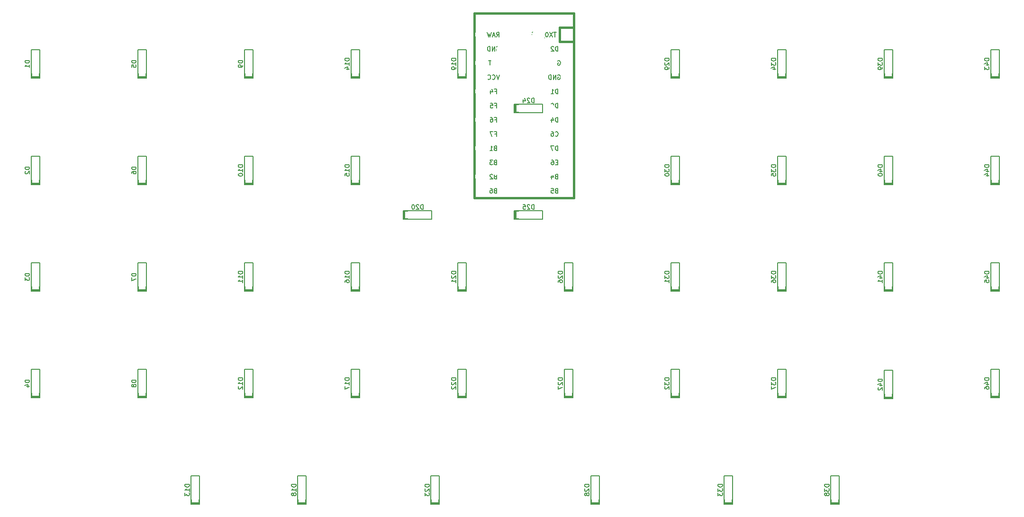
<source format=gbo>
%TF.GenerationSoftware,KiCad,Pcbnew,(5.1.12)-1*%
%TF.CreationDate,2021-12-31T17:23:32-05:00*%
%TF.ProjectId,my-keeb-pro-micro,6d792d6b-6565-4622-9d70-726f2d6d6963,rev?*%
%TF.SameCoordinates,Original*%
%TF.FileFunction,Legend,Bot*%
%TF.FilePolarity,Positive*%
%FSLAX46Y46*%
G04 Gerber Fmt 4.6, Leading zero omitted, Abs format (unit mm)*
G04 Created by KiCad (PCBNEW (5.1.12)-1) date 2021-12-31 17:23:32*
%MOMM*%
%LPD*%
G01*
G04 APERTURE LIST*
%ADD10C,0.381000*%
%ADD11C,0.150000*%
%ADD12C,2.250000*%
%ADD13C,3.987800*%
%ADD14C,1.750000*%
%ADD15R,1.752600X1.752600*%
%ADD16C,1.752600*%
%ADD17R,1.600000X1.600000*%
%ADD18C,1.600000*%
%ADD19R,1.200000X1.600000*%
%ADD20R,1.600000X1.200000*%
G04 APERTURE END LIST*
D10*
%TO.C,U1*%
X123825000Y-15716250D02*
X126365000Y-15716250D01*
X126365000Y-13176250D02*
X126365000Y-15716250D01*
X108585000Y-13176250D02*
X126365000Y-13176250D01*
X108585000Y-15716250D02*
X108585000Y-13176250D01*
D11*
G36*
X112543432Y-22195610D02*
G01*
X112543432Y-22395610D01*
X112643432Y-22395610D01*
X112643432Y-22195610D01*
X112543432Y-22195610D01*
G37*
X112543432Y-22195610D02*
X112543432Y-22395610D01*
X112643432Y-22395610D01*
X112643432Y-22195610D01*
X112543432Y-22195610D01*
G36*
X112943432Y-21595610D02*
G01*
X112943432Y-22395610D01*
X113043432Y-22395610D01*
X113043432Y-21595610D01*
X112943432Y-21595610D01*
G37*
X112943432Y-21595610D02*
X112943432Y-22395610D01*
X113043432Y-22395610D01*
X113043432Y-21595610D01*
X112943432Y-21595610D01*
G36*
X112543432Y-21595610D02*
G01*
X112543432Y-21695610D01*
X113043432Y-21695610D01*
X113043432Y-21595610D01*
X112543432Y-21595610D01*
G37*
X112543432Y-21595610D02*
X112543432Y-21695610D01*
X113043432Y-21695610D01*
X113043432Y-21595610D01*
X112543432Y-21595610D01*
G36*
X112743432Y-21995610D02*
G01*
X112743432Y-22095610D01*
X112843432Y-22095610D01*
X112843432Y-21995610D01*
X112743432Y-21995610D01*
G37*
X112743432Y-21995610D02*
X112743432Y-22095610D01*
X112843432Y-22095610D01*
X112843432Y-21995610D01*
X112743432Y-21995610D01*
G36*
X112543432Y-21595610D02*
G01*
X112543432Y-21895610D01*
X112643432Y-21895610D01*
X112643432Y-21595610D01*
X112543432Y-21595610D01*
G37*
X112543432Y-21595610D02*
X112543432Y-21895610D01*
X112643432Y-21895610D01*
X112643432Y-21595610D01*
X112543432Y-21595610D01*
D10*
X123825000Y-18256250D02*
X126365000Y-18256250D01*
X123825000Y-15716250D02*
X123825000Y-18256250D01*
X108585000Y-46196250D02*
X108585000Y-15716250D01*
X126365000Y-46196250D02*
X108585000Y-46196250D01*
X126365000Y-15716250D02*
X126365000Y-46196250D01*
D11*
%TO.C,D46*%
X200850500Y-81153000D02*
X202374500Y-81153000D01*
X200850500Y-81280000D02*
X202374500Y-81280000D01*
X202374500Y-81407000D02*
X200850500Y-81407000D01*
X200850500Y-81788000D02*
X202374500Y-81788000D01*
X202374500Y-81661000D02*
X200850500Y-81661000D01*
X200850500Y-81534000D02*
X202374500Y-81534000D01*
X202374500Y-76835000D02*
X200850500Y-76835000D01*
X202374500Y-81915000D02*
X202374500Y-76835000D01*
X200850500Y-81915000D02*
X202374500Y-81915000D01*
X200850500Y-76835000D02*
X200850500Y-81915000D01*
%TO.C,D45*%
X200850500Y-62103000D02*
X202374500Y-62103000D01*
X200850500Y-62230000D02*
X202374500Y-62230000D01*
X202374500Y-62357000D02*
X200850500Y-62357000D01*
X200850500Y-62738000D02*
X202374500Y-62738000D01*
X202374500Y-62611000D02*
X200850500Y-62611000D01*
X200850500Y-62484000D02*
X202374500Y-62484000D01*
X202374500Y-57785000D02*
X200850500Y-57785000D01*
X202374500Y-62865000D02*
X202374500Y-57785000D01*
X200850500Y-62865000D02*
X202374500Y-62865000D01*
X200850500Y-57785000D02*
X200850500Y-62865000D01*
%TO.C,D44*%
X200850500Y-43053000D02*
X202374500Y-43053000D01*
X200850500Y-43180000D02*
X202374500Y-43180000D01*
X202374500Y-43307000D02*
X200850500Y-43307000D01*
X200850500Y-43688000D02*
X202374500Y-43688000D01*
X202374500Y-43561000D02*
X200850500Y-43561000D01*
X200850500Y-43434000D02*
X202374500Y-43434000D01*
X202374500Y-38735000D02*
X200850500Y-38735000D01*
X202374500Y-43815000D02*
X202374500Y-38735000D01*
X200850500Y-43815000D02*
X202374500Y-43815000D01*
X200850500Y-38735000D02*
X200850500Y-43815000D01*
%TO.C,D43*%
X200850500Y-24003000D02*
X202374500Y-24003000D01*
X200850500Y-24130000D02*
X202374500Y-24130000D01*
X202374500Y-24257000D02*
X200850500Y-24257000D01*
X200850500Y-24638000D02*
X202374500Y-24638000D01*
X202374500Y-24511000D02*
X200850500Y-24511000D01*
X200850500Y-24384000D02*
X202374500Y-24384000D01*
X202374500Y-19685000D02*
X200850500Y-19685000D01*
X202374500Y-24765000D02*
X202374500Y-19685000D01*
X200850500Y-24765000D02*
X202374500Y-24765000D01*
X200850500Y-19685000D02*
X200850500Y-24765000D01*
%TO.C,D42*%
X181800500Y-81340500D02*
X183324500Y-81340500D01*
X181800500Y-81467500D02*
X183324500Y-81467500D01*
X183324500Y-81594500D02*
X181800500Y-81594500D01*
X181800500Y-81975500D02*
X183324500Y-81975500D01*
X183324500Y-81848500D02*
X181800500Y-81848500D01*
X181800500Y-81721500D02*
X183324500Y-81721500D01*
X183324500Y-77022500D02*
X181800500Y-77022500D01*
X183324500Y-82102500D02*
X183324500Y-77022500D01*
X181800500Y-82102500D02*
X183324500Y-82102500D01*
X181800500Y-77022500D02*
X181800500Y-82102500D01*
%TO.C,D41*%
X181800500Y-62103000D02*
X183324500Y-62103000D01*
X181800500Y-62230000D02*
X183324500Y-62230000D01*
X183324500Y-62357000D02*
X181800500Y-62357000D01*
X181800500Y-62738000D02*
X183324500Y-62738000D01*
X183324500Y-62611000D02*
X181800500Y-62611000D01*
X181800500Y-62484000D02*
X183324500Y-62484000D01*
X183324500Y-57785000D02*
X181800500Y-57785000D01*
X183324500Y-62865000D02*
X183324500Y-57785000D01*
X181800500Y-62865000D02*
X183324500Y-62865000D01*
X181800500Y-57785000D02*
X181800500Y-62865000D01*
%TO.C,D40*%
X181800500Y-43053000D02*
X183324500Y-43053000D01*
X181800500Y-43180000D02*
X183324500Y-43180000D01*
X183324500Y-43307000D02*
X181800500Y-43307000D01*
X181800500Y-43688000D02*
X183324500Y-43688000D01*
X183324500Y-43561000D02*
X181800500Y-43561000D01*
X181800500Y-43434000D02*
X183324500Y-43434000D01*
X183324500Y-38735000D02*
X181800500Y-38735000D01*
X183324500Y-43815000D02*
X183324500Y-38735000D01*
X181800500Y-43815000D02*
X183324500Y-43815000D01*
X181800500Y-38735000D02*
X181800500Y-43815000D01*
%TO.C,D39*%
X181800500Y-24003000D02*
X183324500Y-24003000D01*
X181800500Y-24130000D02*
X183324500Y-24130000D01*
X183324500Y-24257000D02*
X181800500Y-24257000D01*
X181800500Y-24638000D02*
X183324500Y-24638000D01*
X183324500Y-24511000D02*
X181800500Y-24511000D01*
X181800500Y-24384000D02*
X183324500Y-24384000D01*
X183324500Y-19685000D02*
X181800500Y-19685000D01*
X183324500Y-24765000D02*
X183324500Y-19685000D01*
X181800500Y-24765000D02*
X183324500Y-24765000D01*
X181800500Y-19685000D02*
X181800500Y-24765000D01*
%TO.C,D38*%
X172275500Y-100203000D02*
X173799500Y-100203000D01*
X172275500Y-100330000D02*
X173799500Y-100330000D01*
X173799500Y-100457000D02*
X172275500Y-100457000D01*
X172275500Y-100838000D02*
X173799500Y-100838000D01*
X173799500Y-100711000D02*
X172275500Y-100711000D01*
X172275500Y-100584000D02*
X173799500Y-100584000D01*
X173799500Y-95885000D02*
X172275500Y-95885000D01*
X173799500Y-100965000D02*
X173799500Y-95885000D01*
X172275500Y-100965000D02*
X173799500Y-100965000D01*
X172275500Y-95885000D02*
X172275500Y-100965000D01*
%TO.C,D37*%
X162750500Y-81153000D02*
X164274500Y-81153000D01*
X162750500Y-81280000D02*
X164274500Y-81280000D01*
X164274500Y-81407000D02*
X162750500Y-81407000D01*
X162750500Y-81788000D02*
X164274500Y-81788000D01*
X164274500Y-81661000D02*
X162750500Y-81661000D01*
X162750500Y-81534000D02*
X164274500Y-81534000D01*
X164274500Y-76835000D02*
X162750500Y-76835000D01*
X164274500Y-81915000D02*
X164274500Y-76835000D01*
X162750500Y-81915000D02*
X164274500Y-81915000D01*
X162750500Y-76835000D02*
X162750500Y-81915000D01*
%TO.C,D36*%
X162750500Y-62103000D02*
X164274500Y-62103000D01*
X162750500Y-62230000D02*
X164274500Y-62230000D01*
X164274500Y-62357000D02*
X162750500Y-62357000D01*
X162750500Y-62738000D02*
X164274500Y-62738000D01*
X164274500Y-62611000D02*
X162750500Y-62611000D01*
X162750500Y-62484000D02*
X164274500Y-62484000D01*
X164274500Y-57785000D02*
X162750500Y-57785000D01*
X164274500Y-62865000D02*
X164274500Y-57785000D01*
X162750500Y-62865000D02*
X164274500Y-62865000D01*
X162750500Y-57785000D02*
X162750500Y-62865000D01*
%TO.C,D35*%
X162750500Y-43053000D02*
X164274500Y-43053000D01*
X162750500Y-43180000D02*
X164274500Y-43180000D01*
X164274500Y-43307000D02*
X162750500Y-43307000D01*
X162750500Y-43688000D02*
X164274500Y-43688000D01*
X164274500Y-43561000D02*
X162750500Y-43561000D01*
X162750500Y-43434000D02*
X164274500Y-43434000D01*
X164274500Y-38735000D02*
X162750500Y-38735000D01*
X164274500Y-43815000D02*
X164274500Y-38735000D01*
X162750500Y-43815000D02*
X164274500Y-43815000D01*
X162750500Y-38735000D02*
X162750500Y-43815000D01*
%TO.C,D34*%
X162750500Y-24003000D02*
X164274500Y-24003000D01*
X162750500Y-24130000D02*
X164274500Y-24130000D01*
X164274500Y-24257000D02*
X162750500Y-24257000D01*
X162750500Y-24638000D02*
X164274500Y-24638000D01*
X164274500Y-24511000D02*
X162750500Y-24511000D01*
X162750500Y-24384000D02*
X164274500Y-24384000D01*
X164274500Y-19685000D02*
X162750500Y-19685000D01*
X164274500Y-24765000D02*
X164274500Y-19685000D01*
X162750500Y-24765000D02*
X164274500Y-24765000D01*
X162750500Y-19685000D02*
X162750500Y-24765000D01*
%TO.C,D33*%
X153225500Y-100203000D02*
X154749500Y-100203000D01*
X153225500Y-100330000D02*
X154749500Y-100330000D01*
X154749500Y-100457000D02*
X153225500Y-100457000D01*
X153225500Y-100838000D02*
X154749500Y-100838000D01*
X154749500Y-100711000D02*
X153225500Y-100711000D01*
X153225500Y-100584000D02*
X154749500Y-100584000D01*
X154749500Y-95885000D02*
X153225500Y-95885000D01*
X154749500Y-100965000D02*
X154749500Y-95885000D01*
X153225500Y-100965000D02*
X154749500Y-100965000D01*
X153225500Y-95885000D02*
X153225500Y-100965000D01*
%TO.C,D32*%
X143700500Y-81153000D02*
X145224500Y-81153000D01*
X143700500Y-81280000D02*
X145224500Y-81280000D01*
X145224500Y-81407000D02*
X143700500Y-81407000D01*
X143700500Y-81788000D02*
X145224500Y-81788000D01*
X145224500Y-81661000D02*
X143700500Y-81661000D01*
X143700500Y-81534000D02*
X145224500Y-81534000D01*
X145224500Y-76835000D02*
X143700500Y-76835000D01*
X145224500Y-81915000D02*
X145224500Y-76835000D01*
X143700500Y-81915000D02*
X145224500Y-81915000D01*
X143700500Y-76835000D02*
X143700500Y-81915000D01*
%TO.C,D31*%
X143700500Y-62103000D02*
X145224500Y-62103000D01*
X143700500Y-62230000D02*
X145224500Y-62230000D01*
X145224500Y-62357000D02*
X143700500Y-62357000D01*
X143700500Y-62738000D02*
X145224500Y-62738000D01*
X145224500Y-62611000D02*
X143700500Y-62611000D01*
X143700500Y-62484000D02*
X145224500Y-62484000D01*
X145224500Y-57785000D02*
X143700500Y-57785000D01*
X145224500Y-62865000D02*
X145224500Y-57785000D01*
X143700500Y-62865000D02*
X145224500Y-62865000D01*
X143700500Y-57785000D02*
X143700500Y-62865000D01*
%TO.C,D30*%
X143700500Y-43053000D02*
X145224500Y-43053000D01*
X143700500Y-43180000D02*
X145224500Y-43180000D01*
X145224500Y-43307000D02*
X143700500Y-43307000D01*
X143700500Y-43688000D02*
X145224500Y-43688000D01*
X145224500Y-43561000D02*
X143700500Y-43561000D01*
X143700500Y-43434000D02*
X145224500Y-43434000D01*
X145224500Y-38735000D02*
X143700500Y-38735000D01*
X145224500Y-43815000D02*
X145224500Y-38735000D01*
X143700500Y-43815000D02*
X145224500Y-43815000D01*
X143700500Y-38735000D02*
X143700500Y-43815000D01*
%TO.C,D29*%
X143700500Y-24003000D02*
X145224500Y-24003000D01*
X143700500Y-24130000D02*
X145224500Y-24130000D01*
X145224500Y-24257000D02*
X143700500Y-24257000D01*
X143700500Y-24638000D02*
X145224500Y-24638000D01*
X145224500Y-24511000D02*
X143700500Y-24511000D01*
X143700500Y-24384000D02*
X145224500Y-24384000D01*
X145224500Y-19685000D02*
X143700500Y-19685000D01*
X145224500Y-24765000D02*
X145224500Y-19685000D01*
X143700500Y-24765000D02*
X145224500Y-24765000D01*
X143700500Y-19685000D02*
X143700500Y-24765000D01*
%TO.C,D28*%
X129413000Y-100203000D02*
X130937000Y-100203000D01*
X129413000Y-100330000D02*
X130937000Y-100330000D01*
X130937000Y-100457000D02*
X129413000Y-100457000D01*
X129413000Y-100838000D02*
X130937000Y-100838000D01*
X130937000Y-100711000D02*
X129413000Y-100711000D01*
X129413000Y-100584000D02*
X130937000Y-100584000D01*
X130937000Y-95885000D02*
X129413000Y-95885000D01*
X130937000Y-100965000D02*
X130937000Y-95885000D01*
X129413000Y-100965000D02*
X130937000Y-100965000D01*
X129413000Y-95885000D02*
X129413000Y-100965000D01*
%TO.C,D27*%
X124650500Y-81153000D02*
X126174500Y-81153000D01*
X124650500Y-81280000D02*
X126174500Y-81280000D01*
X126174500Y-81407000D02*
X124650500Y-81407000D01*
X124650500Y-81788000D02*
X126174500Y-81788000D01*
X126174500Y-81661000D02*
X124650500Y-81661000D01*
X124650500Y-81534000D02*
X126174500Y-81534000D01*
X126174500Y-76835000D02*
X124650500Y-76835000D01*
X126174500Y-81915000D02*
X126174500Y-76835000D01*
X124650500Y-81915000D02*
X126174500Y-81915000D01*
X124650500Y-76835000D02*
X124650500Y-81915000D01*
%TO.C,D26*%
X124650500Y-62103000D02*
X126174500Y-62103000D01*
X124650500Y-62230000D02*
X126174500Y-62230000D01*
X126174500Y-62357000D02*
X124650500Y-62357000D01*
X124650500Y-62738000D02*
X126174500Y-62738000D01*
X126174500Y-62611000D02*
X124650500Y-62611000D01*
X124650500Y-62484000D02*
X126174500Y-62484000D01*
X126174500Y-57785000D02*
X124650500Y-57785000D01*
X126174500Y-62865000D02*
X126174500Y-57785000D01*
X124650500Y-62865000D02*
X126174500Y-62865000D01*
X124650500Y-57785000D02*
X124650500Y-62865000D01*
%TO.C,D25*%
X116490750Y-48450500D02*
X116490750Y-49974500D01*
X116363750Y-48450500D02*
X116363750Y-49974500D01*
X116236750Y-49974500D02*
X116236750Y-48450500D01*
X115855750Y-48450500D02*
X115855750Y-49974500D01*
X115982750Y-49974500D02*
X115982750Y-48450500D01*
X116109750Y-48450500D02*
X116109750Y-49974500D01*
X120808750Y-49974500D02*
X120808750Y-48450500D01*
X115728750Y-49974500D02*
X120808750Y-49974500D01*
X115728750Y-48450500D02*
X115728750Y-49974500D01*
X120808750Y-48450500D02*
X115728750Y-48450500D01*
%TO.C,D24*%
X116490750Y-29400500D02*
X116490750Y-30924500D01*
X116363750Y-29400500D02*
X116363750Y-30924500D01*
X116236750Y-30924500D02*
X116236750Y-29400500D01*
X115855750Y-29400500D02*
X115855750Y-30924500D01*
X115982750Y-30924500D02*
X115982750Y-29400500D01*
X116109750Y-29400500D02*
X116109750Y-30924500D01*
X120808750Y-30924500D02*
X120808750Y-29400500D01*
X115728750Y-30924500D02*
X120808750Y-30924500D01*
X115728750Y-29400500D02*
X115728750Y-30924500D01*
X120808750Y-29400500D02*
X115728750Y-29400500D01*
%TO.C,D23*%
X100838000Y-100203000D02*
X102362000Y-100203000D01*
X100838000Y-100330000D02*
X102362000Y-100330000D01*
X102362000Y-100457000D02*
X100838000Y-100457000D01*
X100838000Y-100838000D02*
X102362000Y-100838000D01*
X102362000Y-100711000D02*
X100838000Y-100711000D01*
X100838000Y-100584000D02*
X102362000Y-100584000D01*
X102362000Y-95885000D02*
X100838000Y-95885000D01*
X102362000Y-100965000D02*
X102362000Y-95885000D01*
X100838000Y-100965000D02*
X102362000Y-100965000D01*
X100838000Y-95885000D02*
X100838000Y-100965000D01*
%TO.C,D22*%
X105600500Y-81153000D02*
X107124500Y-81153000D01*
X105600500Y-81280000D02*
X107124500Y-81280000D01*
X107124500Y-81407000D02*
X105600500Y-81407000D01*
X105600500Y-81788000D02*
X107124500Y-81788000D01*
X107124500Y-81661000D02*
X105600500Y-81661000D01*
X105600500Y-81534000D02*
X107124500Y-81534000D01*
X107124500Y-76835000D02*
X105600500Y-76835000D01*
X107124500Y-81915000D02*
X107124500Y-76835000D01*
X105600500Y-81915000D02*
X107124500Y-81915000D01*
X105600500Y-76835000D02*
X105600500Y-81915000D01*
%TO.C,D21*%
X105600500Y-62103000D02*
X107124500Y-62103000D01*
X105600500Y-62230000D02*
X107124500Y-62230000D01*
X107124500Y-62357000D02*
X105600500Y-62357000D01*
X105600500Y-62738000D02*
X107124500Y-62738000D01*
X107124500Y-62611000D02*
X105600500Y-62611000D01*
X105600500Y-62484000D02*
X107124500Y-62484000D01*
X107124500Y-57785000D02*
X105600500Y-57785000D01*
X107124500Y-62865000D02*
X107124500Y-57785000D01*
X105600500Y-62865000D02*
X107124500Y-62865000D01*
X105600500Y-57785000D02*
X105600500Y-62865000D01*
%TO.C,D20*%
X96647000Y-48450500D02*
X96647000Y-49974500D01*
X96520000Y-48450500D02*
X96520000Y-49974500D01*
X96393000Y-49974500D02*
X96393000Y-48450500D01*
X96012000Y-48450500D02*
X96012000Y-49974500D01*
X96139000Y-49974500D02*
X96139000Y-48450500D01*
X96266000Y-48450500D02*
X96266000Y-49974500D01*
X100965000Y-49974500D02*
X100965000Y-48450500D01*
X95885000Y-49974500D02*
X100965000Y-49974500D01*
X95885000Y-48450500D02*
X95885000Y-49974500D01*
X100965000Y-48450500D02*
X95885000Y-48450500D01*
%TO.C,D19*%
X105600500Y-24003000D02*
X107124500Y-24003000D01*
X105600500Y-24130000D02*
X107124500Y-24130000D01*
X107124500Y-24257000D02*
X105600500Y-24257000D01*
X105600500Y-24638000D02*
X107124500Y-24638000D01*
X107124500Y-24511000D02*
X105600500Y-24511000D01*
X105600500Y-24384000D02*
X107124500Y-24384000D01*
X107124500Y-19685000D02*
X105600500Y-19685000D01*
X107124500Y-24765000D02*
X107124500Y-19685000D01*
X105600500Y-24765000D02*
X107124500Y-24765000D01*
X105600500Y-19685000D02*
X105600500Y-24765000D01*
%TO.C,D18*%
X77025500Y-100203000D02*
X78549500Y-100203000D01*
X77025500Y-100330000D02*
X78549500Y-100330000D01*
X78549500Y-100457000D02*
X77025500Y-100457000D01*
X77025500Y-100838000D02*
X78549500Y-100838000D01*
X78549500Y-100711000D02*
X77025500Y-100711000D01*
X77025500Y-100584000D02*
X78549500Y-100584000D01*
X78549500Y-95885000D02*
X77025500Y-95885000D01*
X78549500Y-100965000D02*
X78549500Y-95885000D01*
X77025500Y-100965000D02*
X78549500Y-100965000D01*
X77025500Y-95885000D02*
X77025500Y-100965000D01*
%TO.C,D17*%
X86550500Y-81153000D02*
X88074500Y-81153000D01*
X86550500Y-81280000D02*
X88074500Y-81280000D01*
X88074500Y-81407000D02*
X86550500Y-81407000D01*
X86550500Y-81788000D02*
X88074500Y-81788000D01*
X88074500Y-81661000D02*
X86550500Y-81661000D01*
X86550500Y-81534000D02*
X88074500Y-81534000D01*
X88074500Y-76835000D02*
X86550500Y-76835000D01*
X88074500Y-81915000D02*
X88074500Y-76835000D01*
X86550500Y-81915000D02*
X88074500Y-81915000D01*
X86550500Y-76835000D02*
X86550500Y-81915000D01*
%TO.C,D16*%
X86550500Y-62103000D02*
X88074500Y-62103000D01*
X86550500Y-62230000D02*
X88074500Y-62230000D01*
X88074500Y-62357000D02*
X86550500Y-62357000D01*
X86550500Y-62738000D02*
X88074500Y-62738000D01*
X88074500Y-62611000D02*
X86550500Y-62611000D01*
X86550500Y-62484000D02*
X88074500Y-62484000D01*
X88074500Y-57785000D02*
X86550500Y-57785000D01*
X88074500Y-62865000D02*
X88074500Y-57785000D01*
X86550500Y-62865000D02*
X88074500Y-62865000D01*
X86550500Y-57785000D02*
X86550500Y-62865000D01*
%TO.C,D15*%
X86550500Y-43053000D02*
X88074500Y-43053000D01*
X86550500Y-43180000D02*
X88074500Y-43180000D01*
X88074500Y-43307000D02*
X86550500Y-43307000D01*
X86550500Y-43688000D02*
X88074500Y-43688000D01*
X88074500Y-43561000D02*
X86550500Y-43561000D01*
X86550500Y-43434000D02*
X88074500Y-43434000D01*
X88074500Y-38735000D02*
X86550500Y-38735000D01*
X88074500Y-43815000D02*
X88074500Y-38735000D01*
X86550500Y-43815000D02*
X88074500Y-43815000D01*
X86550500Y-38735000D02*
X86550500Y-43815000D01*
%TO.C,D14*%
X86550500Y-24003000D02*
X88074500Y-24003000D01*
X86550500Y-24130000D02*
X88074500Y-24130000D01*
X88074500Y-24257000D02*
X86550500Y-24257000D01*
X86550500Y-24638000D02*
X88074500Y-24638000D01*
X88074500Y-24511000D02*
X86550500Y-24511000D01*
X86550500Y-24384000D02*
X88074500Y-24384000D01*
X88074500Y-19685000D02*
X86550500Y-19685000D01*
X88074500Y-24765000D02*
X88074500Y-19685000D01*
X86550500Y-24765000D02*
X88074500Y-24765000D01*
X86550500Y-19685000D02*
X86550500Y-24765000D01*
%TO.C,D13*%
X57975500Y-100203000D02*
X59499500Y-100203000D01*
X57975500Y-100330000D02*
X59499500Y-100330000D01*
X59499500Y-100457000D02*
X57975500Y-100457000D01*
X57975500Y-100838000D02*
X59499500Y-100838000D01*
X59499500Y-100711000D02*
X57975500Y-100711000D01*
X57975500Y-100584000D02*
X59499500Y-100584000D01*
X59499500Y-95885000D02*
X57975500Y-95885000D01*
X59499500Y-100965000D02*
X59499500Y-95885000D01*
X57975500Y-100965000D02*
X59499500Y-100965000D01*
X57975500Y-95885000D02*
X57975500Y-100965000D01*
%TO.C,D12*%
X67500500Y-81153000D02*
X69024500Y-81153000D01*
X67500500Y-81280000D02*
X69024500Y-81280000D01*
X69024500Y-81407000D02*
X67500500Y-81407000D01*
X67500500Y-81788000D02*
X69024500Y-81788000D01*
X69024500Y-81661000D02*
X67500500Y-81661000D01*
X67500500Y-81534000D02*
X69024500Y-81534000D01*
X69024500Y-76835000D02*
X67500500Y-76835000D01*
X69024500Y-81915000D02*
X69024500Y-76835000D01*
X67500500Y-81915000D02*
X69024500Y-81915000D01*
X67500500Y-76835000D02*
X67500500Y-81915000D01*
%TO.C,D11*%
X67500500Y-62103000D02*
X69024500Y-62103000D01*
X67500500Y-62230000D02*
X69024500Y-62230000D01*
X69024500Y-62357000D02*
X67500500Y-62357000D01*
X67500500Y-62738000D02*
X69024500Y-62738000D01*
X69024500Y-62611000D02*
X67500500Y-62611000D01*
X67500500Y-62484000D02*
X69024500Y-62484000D01*
X69024500Y-57785000D02*
X67500500Y-57785000D01*
X69024500Y-62865000D02*
X69024500Y-57785000D01*
X67500500Y-62865000D02*
X69024500Y-62865000D01*
X67500500Y-57785000D02*
X67500500Y-62865000D01*
%TO.C,D10*%
X67500500Y-43053000D02*
X69024500Y-43053000D01*
X67500500Y-43180000D02*
X69024500Y-43180000D01*
X69024500Y-43307000D02*
X67500500Y-43307000D01*
X67500500Y-43688000D02*
X69024500Y-43688000D01*
X69024500Y-43561000D02*
X67500500Y-43561000D01*
X67500500Y-43434000D02*
X69024500Y-43434000D01*
X69024500Y-38735000D02*
X67500500Y-38735000D01*
X69024500Y-43815000D02*
X69024500Y-38735000D01*
X67500500Y-43815000D02*
X69024500Y-43815000D01*
X67500500Y-38735000D02*
X67500500Y-43815000D01*
%TO.C,D9*%
X67500500Y-24003000D02*
X69024500Y-24003000D01*
X67500500Y-24130000D02*
X69024500Y-24130000D01*
X69024500Y-24257000D02*
X67500500Y-24257000D01*
X67500500Y-24638000D02*
X69024500Y-24638000D01*
X69024500Y-24511000D02*
X67500500Y-24511000D01*
X67500500Y-24384000D02*
X69024500Y-24384000D01*
X69024500Y-19685000D02*
X67500500Y-19685000D01*
X69024500Y-24765000D02*
X69024500Y-19685000D01*
X67500500Y-24765000D02*
X69024500Y-24765000D01*
X67500500Y-19685000D02*
X67500500Y-24765000D01*
%TO.C,D8*%
X48450500Y-81153000D02*
X49974500Y-81153000D01*
X48450500Y-81280000D02*
X49974500Y-81280000D01*
X49974500Y-81407000D02*
X48450500Y-81407000D01*
X48450500Y-81788000D02*
X49974500Y-81788000D01*
X49974500Y-81661000D02*
X48450500Y-81661000D01*
X48450500Y-81534000D02*
X49974500Y-81534000D01*
X49974500Y-76835000D02*
X48450500Y-76835000D01*
X49974500Y-81915000D02*
X49974500Y-76835000D01*
X48450500Y-81915000D02*
X49974500Y-81915000D01*
X48450500Y-76835000D02*
X48450500Y-81915000D01*
%TO.C,D7*%
X48450500Y-62103000D02*
X49974500Y-62103000D01*
X48450500Y-62230000D02*
X49974500Y-62230000D01*
X49974500Y-62357000D02*
X48450500Y-62357000D01*
X48450500Y-62738000D02*
X49974500Y-62738000D01*
X49974500Y-62611000D02*
X48450500Y-62611000D01*
X48450500Y-62484000D02*
X49974500Y-62484000D01*
X49974500Y-57785000D02*
X48450500Y-57785000D01*
X49974500Y-62865000D02*
X49974500Y-57785000D01*
X48450500Y-62865000D02*
X49974500Y-62865000D01*
X48450500Y-57785000D02*
X48450500Y-62865000D01*
%TO.C,D6*%
X48450500Y-43053000D02*
X49974500Y-43053000D01*
X48450500Y-43180000D02*
X49974500Y-43180000D01*
X49974500Y-43307000D02*
X48450500Y-43307000D01*
X48450500Y-43688000D02*
X49974500Y-43688000D01*
X49974500Y-43561000D02*
X48450500Y-43561000D01*
X48450500Y-43434000D02*
X49974500Y-43434000D01*
X49974500Y-38735000D02*
X48450500Y-38735000D01*
X49974500Y-43815000D02*
X49974500Y-38735000D01*
X48450500Y-43815000D02*
X49974500Y-43815000D01*
X48450500Y-38735000D02*
X48450500Y-43815000D01*
%TO.C,D5*%
X48450500Y-24003000D02*
X49974500Y-24003000D01*
X48450500Y-24130000D02*
X49974500Y-24130000D01*
X49974500Y-24257000D02*
X48450500Y-24257000D01*
X48450500Y-24638000D02*
X49974500Y-24638000D01*
X49974500Y-24511000D02*
X48450500Y-24511000D01*
X48450500Y-24384000D02*
X49974500Y-24384000D01*
X49974500Y-19685000D02*
X48450500Y-19685000D01*
X49974500Y-24765000D02*
X49974500Y-19685000D01*
X48450500Y-24765000D02*
X49974500Y-24765000D01*
X48450500Y-19685000D02*
X48450500Y-24765000D01*
%TO.C,D4*%
X29400500Y-81153000D02*
X30924500Y-81153000D01*
X29400500Y-81280000D02*
X30924500Y-81280000D01*
X30924500Y-81407000D02*
X29400500Y-81407000D01*
X29400500Y-81788000D02*
X30924500Y-81788000D01*
X30924500Y-81661000D02*
X29400500Y-81661000D01*
X29400500Y-81534000D02*
X30924500Y-81534000D01*
X30924500Y-76835000D02*
X29400500Y-76835000D01*
X30924500Y-81915000D02*
X30924500Y-76835000D01*
X29400500Y-81915000D02*
X30924500Y-81915000D01*
X29400500Y-76835000D02*
X29400500Y-81915000D01*
%TO.C,D3*%
X29400500Y-62103000D02*
X30924500Y-62103000D01*
X29400500Y-62230000D02*
X30924500Y-62230000D01*
X30924500Y-62357000D02*
X29400500Y-62357000D01*
X29400500Y-62738000D02*
X30924500Y-62738000D01*
X30924500Y-62611000D02*
X29400500Y-62611000D01*
X29400500Y-62484000D02*
X30924500Y-62484000D01*
X30924500Y-57785000D02*
X29400500Y-57785000D01*
X30924500Y-62865000D02*
X30924500Y-57785000D01*
X29400500Y-62865000D02*
X30924500Y-62865000D01*
X29400500Y-57785000D02*
X29400500Y-62865000D01*
%TO.C,D2*%
X29400500Y-43053000D02*
X30924500Y-43053000D01*
X29400500Y-43180000D02*
X30924500Y-43180000D01*
X30924500Y-43307000D02*
X29400500Y-43307000D01*
X29400500Y-43688000D02*
X30924500Y-43688000D01*
X30924500Y-43561000D02*
X29400500Y-43561000D01*
X29400500Y-43434000D02*
X30924500Y-43434000D01*
X30924500Y-38735000D02*
X29400500Y-38735000D01*
X30924500Y-43815000D02*
X30924500Y-38735000D01*
X29400500Y-43815000D02*
X30924500Y-43815000D01*
X29400500Y-38735000D02*
X29400500Y-43815000D01*
%TO.C,D1*%
X29400500Y-24003000D02*
X30924500Y-24003000D01*
X29400500Y-24130000D02*
X30924500Y-24130000D01*
X30924500Y-24257000D02*
X29400500Y-24257000D01*
X29400500Y-24638000D02*
X30924500Y-24638000D01*
X30924500Y-24511000D02*
X29400500Y-24511000D01*
X29400500Y-24384000D02*
X30924500Y-24384000D01*
X30924500Y-19685000D02*
X29400500Y-19685000D01*
X30924500Y-24765000D02*
X30924500Y-19685000D01*
X29400500Y-24765000D02*
X30924500Y-24765000D01*
X29400500Y-19685000D02*
X29400500Y-24765000D01*
%TO.C,U1*%
X112337809Y-42329107D02*
X112223523Y-42367202D01*
X112185428Y-42405297D01*
X112147333Y-42481488D01*
X112147333Y-42595773D01*
X112185428Y-42671964D01*
X112223523Y-42710059D01*
X112299714Y-42748154D01*
X112604476Y-42748154D01*
X112604476Y-41948154D01*
X112337809Y-41948154D01*
X112261619Y-41986250D01*
X112223523Y-42024345D01*
X112185428Y-42100535D01*
X112185428Y-42176726D01*
X112223523Y-42252916D01*
X112261619Y-42291011D01*
X112337809Y-42329107D01*
X112604476Y-42329107D01*
X111842571Y-42024345D02*
X111804476Y-41986250D01*
X111728285Y-41948154D01*
X111537809Y-41948154D01*
X111461619Y-41986250D01*
X111423523Y-42024345D01*
X111385428Y-42100535D01*
X111385428Y-42176726D01*
X111423523Y-42291011D01*
X111880666Y-42748154D01*
X111385428Y-42748154D01*
X112280666Y-34709107D02*
X112547333Y-34709107D01*
X112547333Y-35128154D02*
X112547333Y-34328154D01*
X112166380Y-34328154D01*
X111937809Y-34328154D02*
X111404476Y-34328154D01*
X111747333Y-35128154D01*
X112280666Y-32169107D02*
X112547333Y-32169107D01*
X112547333Y-32588154D02*
X112547333Y-31788154D01*
X112166380Y-31788154D01*
X111518761Y-31788154D02*
X111671142Y-31788154D01*
X111747333Y-31826250D01*
X111785428Y-31864345D01*
X111861619Y-31978630D01*
X111899714Y-32131011D01*
X111899714Y-32435773D01*
X111861619Y-32511964D01*
X111823523Y-32550059D01*
X111747333Y-32588154D01*
X111594952Y-32588154D01*
X111518761Y-32550059D01*
X111480666Y-32511964D01*
X111442571Y-32435773D01*
X111442571Y-32245297D01*
X111480666Y-32169107D01*
X111518761Y-32131011D01*
X111594952Y-32092916D01*
X111747333Y-32092916D01*
X111823523Y-32131011D01*
X111861619Y-32169107D01*
X111899714Y-32245297D01*
X112280666Y-29629107D02*
X112547333Y-29629107D01*
X112547333Y-30048154D02*
X112547333Y-29248154D01*
X112166380Y-29248154D01*
X111480666Y-29248154D02*
X111861619Y-29248154D01*
X111899714Y-29629107D01*
X111861619Y-29591011D01*
X111785428Y-29552916D01*
X111594952Y-29552916D01*
X111518761Y-29591011D01*
X111480666Y-29629107D01*
X111442571Y-29705297D01*
X111442571Y-29895773D01*
X111480666Y-29971964D01*
X111518761Y-30010059D01*
X111594952Y-30048154D01*
X111785428Y-30048154D01*
X111861619Y-30010059D01*
X111899714Y-29971964D01*
X112566380Y-17348154D02*
X112833047Y-16967202D01*
X113023523Y-17348154D02*
X113023523Y-16548154D01*
X112718761Y-16548154D01*
X112642571Y-16586250D01*
X112604476Y-16624345D01*
X112566380Y-16700535D01*
X112566380Y-16814821D01*
X112604476Y-16891011D01*
X112642571Y-16929107D01*
X112718761Y-16967202D01*
X113023523Y-16967202D01*
X112261619Y-17119583D02*
X111880666Y-17119583D01*
X112337809Y-17348154D02*
X112071142Y-16548154D01*
X111804476Y-17348154D01*
X111614000Y-16548154D02*
X111423523Y-17348154D01*
X111271142Y-16776726D01*
X111118761Y-17348154D01*
X110928285Y-16548154D01*
X112623523Y-19126250D02*
X112699714Y-19088154D01*
X112814000Y-19088154D01*
X112928285Y-19126250D01*
X113004476Y-19202440D01*
X113042571Y-19278630D01*
X113080666Y-19431011D01*
X113080666Y-19545297D01*
X113042571Y-19697678D01*
X113004476Y-19773869D01*
X112928285Y-19850059D01*
X112814000Y-19888154D01*
X112737809Y-19888154D01*
X112623523Y-19850059D01*
X112585428Y-19811964D01*
X112585428Y-19545297D01*
X112737809Y-19545297D01*
X112242571Y-19888154D02*
X112242571Y-19088154D01*
X111785428Y-19888154D01*
X111785428Y-19088154D01*
X111404476Y-19888154D02*
X111404476Y-19088154D01*
X111214000Y-19088154D01*
X111099714Y-19126250D01*
X111023523Y-19202440D01*
X110985428Y-19278630D01*
X110947333Y-19431011D01*
X110947333Y-19545297D01*
X110985428Y-19697678D01*
X111023523Y-19773869D01*
X111099714Y-19850059D01*
X111214000Y-19888154D01*
X111404476Y-19888154D01*
X112275213Y-22360059D02*
X112160927Y-22398154D01*
X111970451Y-22398154D01*
X111894260Y-22360059D01*
X111856165Y-22321964D01*
X111818070Y-22245773D01*
X111818070Y-22169583D01*
X111856165Y-22093392D01*
X111894260Y-22055297D01*
X111970451Y-22017202D01*
X112122832Y-21979107D01*
X112199022Y-21941011D01*
X112237118Y-21902916D01*
X112275213Y-21826726D01*
X112275213Y-21750535D01*
X112237118Y-21674345D01*
X112199022Y-21636250D01*
X112122832Y-21598154D01*
X111932356Y-21598154D01*
X111818070Y-21636250D01*
X111589499Y-21598154D02*
X111132356Y-21598154D01*
X111360927Y-22398154D02*
X111360927Y-21598154D01*
X113080666Y-24168154D02*
X112814000Y-24968154D01*
X112547333Y-24168154D01*
X111823523Y-24891964D02*
X111861619Y-24930059D01*
X111975904Y-24968154D01*
X112052095Y-24968154D01*
X112166380Y-24930059D01*
X112242571Y-24853869D01*
X112280666Y-24777678D01*
X112318761Y-24625297D01*
X112318761Y-24511011D01*
X112280666Y-24358630D01*
X112242571Y-24282440D01*
X112166380Y-24206250D01*
X112052095Y-24168154D01*
X111975904Y-24168154D01*
X111861619Y-24206250D01*
X111823523Y-24244345D01*
X111023523Y-24891964D02*
X111061619Y-24930059D01*
X111175904Y-24968154D01*
X111252095Y-24968154D01*
X111366380Y-24930059D01*
X111442571Y-24853869D01*
X111480666Y-24777678D01*
X111518761Y-24625297D01*
X111518761Y-24511011D01*
X111480666Y-24358630D01*
X111442571Y-24282440D01*
X111366380Y-24206250D01*
X111252095Y-24168154D01*
X111175904Y-24168154D01*
X111061619Y-24206250D01*
X111023523Y-24244345D01*
X112280666Y-27089107D02*
X112547333Y-27089107D01*
X112547333Y-27508154D02*
X112547333Y-26708154D01*
X112166380Y-26708154D01*
X111518761Y-26974821D02*
X111518761Y-27508154D01*
X111709238Y-26670059D02*
X111899714Y-27241488D01*
X111404476Y-27241488D01*
X112337809Y-37249107D02*
X112223523Y-37287202D01*
X112185428Y-37325297D01*
X112147333Y-37401488D01*
X112147333Y-37515773D01*
X112185428Y-37591964D01*
X112223523Y-37630059D01*
X112299714Y-37668154D01*
X112604476Y-37668154D01*
X112604476Y-36868154D01*
X112337809Y-36868154D01*
X112261619Y-36906250D01*
X112223523Y-36944345D01*
X112185428Y-37020535D01*
X112185428Y-37096726D01*
X112223523Y-37172916D01*
X112261619Y-37211011D01*
X112337809Y-37249107D01*
X112604476Y-37249107D01*
X111385428Y-37668154D02*
X111842571Y-37668154D01*
X111614000Y-37668154D02*
X111614000Y-36868154D01*
X111690190Y-36982440D01*
X111766380Y-37058630D01*
X111842571Y-37096726D01*
X112337809Y-39789107D02*
X112223523Y-39827202D01*
X112185428Y-39865297D01*
X112147333Y-39941488D01*
X112147333Y-40055773D01*
X112185428Y-40131964D01*
X112223523Y-40170059D01*
X112299714Y-40208154D01*
X112604476Y-40208154D01*
X112604476Y-39408154D01*
X112337809Y-39408154D01*
X112261619Y-39446250D01*
X112223523Y-39484345D01*
X112185428Y-39560535D01*
X112185428Y-39636726D01*
X112223523Y-39712916D01*
X112261619Y-39751011D01*
X112337809Y-39789107D01*
X112604476Y-39789107D01*
X111880666Y-39408154D02*
X111385428Y-39408154D01*
X111652095Y-39712916D01*
X111537809Y-39712916D01*
X111461619Y-39751011D01*
X111423523Y-39789107D01*
X111385428Y-39865297D01*
X111385428Y-40055773D01*
X111423523Y-40131964D01*
X111461619Y-40170059D01*
X111537809Y-40208154D01*
X111766380Y-40208154D01*
X111842571Y-40170059D01*
X111880666Y-40131964D01*
X112337809Y-44869107D02*
X112223523Y-44907202D01*
X112185428Y-44945297D01*
X112147333Y-45021488D01*
X112147333Y-45135773D01*
X112185428Y-45211964D01*
X112223523Y-45250059D01*
X112299714Y-45288154D01*
X112604476Y-45288154D01*
X112604476Y-44488154D01*
X112337809Y-44488154D01*
X112261619Y-44526250D01*
X112223523Y-44564345D01*
X112185428Y-44640535D01*
X112185428Y-44716726D01*
X112223523Y-44792916D01*
X112261619Y-44831011D01*
X112337809Y-44869107D01*
X112604476Y-44869107D01*
X111461619Y-44488154D02*
X111614000Y-44488154D01*
X111690190Y-44526250D01*
X111728285Y-44564345D01*
X111804476Y-44678630D01*
X111842571Y-44831011D01*
X111842571Y-45135773D01*
X111804476Y-45211964D01*
X111766380Y-45250059D01*
X111690190Y-45288154D01*
X111537809Y-45288154D01*
X111461619Y-45250059D01*
X111423523Y-45211964D01*
X111385428Y-45135773D01*
X111385428Y-44945297D01*
X111423523Y-44869107D01*
X111461619Y-44831011D01*
X111537809Y-44792916D01*
X111690190Y-44792916D01*
X111766380Y-44831011D01*
X111804476Y-44869107D01*
X111842571Y-44945297D01*
X123259809Y-44869107D02*
X123145523Y-44907202D01*
X123107428Y-44945297D01*
X123069333Y-45021488D01*
X123069333Y-45135773D01*
X123107428Y-45211964D01*
X123145523Y-45250059D01*
X123221714Y-45288154D01*
X123526476Y-45288154D01*
X123526476Y-44488154D01*
X123259809Y-44488154D01*
X123183619Y-44526250D01*
X123145523Y-44564345D01*
X123107428Y-44640535D01*
X123107428Y-44716726D01*
X123145523Y-44792916D01*
X123183619Y-44831011D01*
X123259809Y-44869107D01*
X123526476Y-44869107D01*
X122345523Y-44488154D02*
X122726476Y-44488154D01*
X122764571Y-44869107D01*
X122726476Y-44831011D01*
X122650285Y-44792916D01*
X122459809Y-44792916D01*
X122383619Y-44831011D01*
X122345523Y-44869107D01*
X122307428Y-44945297D01*
X122307428Y-45135773D01*
X122345523Y-45211964D01*
X122383619Y-45250059D01*
X122459809Y-45288154D01*
X122650285Y-45288154D01*
X122726476Y-45250059D01*
X122764571Y-45211964D01*
X123259809Y-42329107D02*
X123145523Y-42367202D01*
X123107428Y-42405297D01*
X123069333Y-42481488D01*
X123069333Y-42595773D01*
X123107428Y-42671964D01*
X123145523Y-42710059D01*
X123221714Y-42748154D01*
X123526476Y-42748154D01*
X123526476Y-41948154D01*
X123259809Y-41948154D01*
X123183619Y-41986250D01*
X123145523Y-42024345D01*
X123107428Y-42100535D01*
X123107428Y-42176726D01*
X123145523Y-42252916D01*
X123183619Y-42291011D01*
X123259809Y-42329107D01*
X123526476Y-42329107D01*
X122383619Y-42214821D02*
X122383619Y-42748154D01*
X122574095Y-41910059D02*
X122764571Y-42481488D01*
X122269333Y-42481488D01*
X123488380Y-39789107D02*
X123221714Y-39789107D01*
X123107428Y-40208154D02*
X123488380Y-40208154D01*
X123488380Y-39408154D01*
X123107428Y-39408154D01*
X122421714Y-39408154D02*
X122574095Y-39408154D01*
X122650285Y-39446250D01*
X122688380Y-39484345D01*
X122764571Y-39598630D01*
X122802666Y-39751011D01*
X122802666Y-40055773D01*
X122764571Y-40131964D01*
X122726476Y-40170059D01*
X122650285Y-40208154D01*
X122497904Y-40208154D01*
X122421714Y-40170059D01*
X122383619Y-40131964D01*
X122345523Y-40055773D01*
X122345523Y-39865297D01*
X122383619Y-39789107D01*
X122421714Y-39751011D01*
X122497904Y-39712916D01*
X122650285Y-39712916D01*
X122726476Y-39751011D01*
X122764571Y-39789107D01*
X122802666Y-39865297D01*
X123526476Y-37668154D02*
X123526476Y-36868154D01*
X123336000Y-36868154D01*
X123221714Y-36906250D01*
X123145523Y-36982440D01*
X123107428Y-37058630D01*
X123069333Y-37211011D01*
X123069333Y-37325297D01*
X123107428Y-37477678D01*
X123145523Y-37553869D01*
X123221714Y-37630059D01*
X123336000Y-37668154D01*
X123526476Y-37668154D01*
X122802666Y-36868154D02*
X122269333Y-36868154D01*
X122612190Y-37668154D01*
X123069333Y-35051964D02*
X123107428Y-35090059D01*
X123221714Y-35128154D01*
X123297904Y-35128154D01*
X123412190Y-35090059D01*
X123488380Y-35013869D01*
X123526476Y-34937678D01*
X123564571Y-34785297D01*
X123564571Y-34671011D01*
X123526476Y-34518630D01*
X123488380Y-34442440D01*
X123412190Y-34366250D01*
X123297904Y-34328154D01*
X123221714Y-34328154D01*
X123107428Y-34366250D01*
X123069333Y-34404345D01*
X122383619Y-34328154D02*
X122536000Y-34328154D01*
X122612190Y-34366250D01*
X122650285Y-34404345D01*
X122726476Y-34518630D01*
X122764571Y-34671011D01*
X122764571Y-34975773D01*
X122726476Y-35051964D01*
X122688380Y-35090059D01*
X122612190Y-35128154D01*
X122459809Y-35128154D01*
X122383619Y-35090059D01*
X122345523Y-35051964D01*
X122307428Y-34975773D01*
X122307428Y-34785297D01*
X122345523Y-34709107D01*
X122383619Y-34671011D01*
X122459809Y-34632916D01*
X122612190Y-34632916D01*
X122688380Y-34671011D01*
X122726476Y-34709107D01*
X122764571Y-34785297D01*
X123526476Y-32588154D02*
X123526476Y-31788154D01*
X123336000Y-31788154D01*
X123221714Y-31826250D01*
X123145523Y-31902440D01*
X123107428Y-31978630D01*
X123069333Y-32131011D01*
X123069333Y-32245297D01*
X123107428Y-32397678D01*
X123145523Y-32473869D01*
X123221714Y-32550059D01*
X123336000Y-32588154D01*
X123526476Y-32588154D01*
X122383619Y-32054821D02*
X122383619Y-32588154D01*
X122574095Y-31750059D02*
X122764571Y-32321488D01*
X122269333Y-32321488D01*
X123545523Y-21666250D02*
X123621714Y-21628154D01*
X123736000Y-21628154D01*
X123850285Y-21666250D01*
X123926476Y-21742440D01*
X123964571Y-21818630D01*
X124002666Y-21971011D01*
X124002666Y-22085297D01*
X123964571Y-22237678D01*
X123926476Y-22313869D01*
X123850285Y-22390059D01*
X123736000Y-22428154D01*
X123659809Y-22428154D01*
X123545523Y-22390059D01*
X123507428Y-22351964D01*
X123507428Y-22085297D01*
X123659809Y-22085297D01*
X123164571Y-22428154D02*
X123164571Y-21628154D01*
X122707428Y-22428154D01*
X122707428Y-21628154D01*
X122326476Y-22428154D02*
X122326476Y-21628154D01*
X122136000Y-21628154D01*
X122021714Y-21666250D01*
X121945523Y-21742440D01*
X121907428Y-21818630D01*
X121869333Y-21971011D01*
X121869333Y-22085297D01*
X121907428Y-22237678D01*
X121945523Y-22313869D01*
X122021714Y-22390059D01*
X122136000Y-22428154D01*
X122326476Y-22428154D01*
X123545523Y-24206250D02*
X123621714Y-24168154D01*
X123736000Y-24168154D01*
X123850285Y-24206250D01*
X123926476Y-24282440D01*
X123964571Y-24358630D01*
X124002666Y-24511011D01*
X124002666Y-24625297D01*
X123964571Y-24777678D01*
X123926476Y-24853869D01*
X123850285Y-24930059D01*
X123736000Y-24968154D01*
X123659809Y-24968154D01*
X123545523Y-24930059D01*
X123507428Y-24891964D01*
X123507428Y-24625297D01*
X123659809Y-24625297D01*
X123164571Y-24968154D02*
X123164571Y-24168154D01*
X122707428Y-24968154D01*
X122707428Y-24168154D01*
X122326476Y-24968154D02*
X122326476Y-24168154D01*
X122136000Y-24168154D01*
X122021714Y-24206250D01*
X121945523Y-24282440D01*
X121907428Y-24358630D01*
X121869333Y-24511011D01*
X121869333Y-24625297D01*
X121907428Y-24777678D01*
X121945523Y-24853869D01*
X122021714Y-24930059D01*
X122136000Y-24968154D01*
X122326476Y-24968154D01*
X123526476Y-27508154D02*
X123526476Y-26708154D01*
X123336000Y-26708154D01*
X123221714Y-26746250D01*
X123145523Y-26822440D01*
X123107428Y-26898630D01*
X123069333Y-27051011D01*
X123069333Y-27165297D01*
X123107428Y-27317678D01*
X123145523Y-27393869D01*
X123221714Y-27470059D01*
X123336000Y-27508154D01*
X123526476Y-27508154D01*
X122307428Y-27508154D02*
X122764571Y-27508154D01*
X122536000Y-27508154D02*
X122536000Y-26708154D01*
X122612190Y-26822440D01*
X122688380Y-26898630D01*
X122764571Y-26936726D01*
X123526476Y-30048154D02*
X123526476Y-29248154D01*
X123336000Y-29248154D01*
X123221714Y-29286250D01*
X123145523Y-29362440D01*
X123107428Y-29438630D01*
X123069333Y-29591011D01*
X123069333Y-29705297D01*
X123107428Y-29857678D01*
X123145523Y-29933869D01*
X123221714Y-30010059D01*
X123336000Y-30048154D01*
X123526476Y-30048154D01*
X122574095Y-29248154D02*
X122497904Y-29248154D01*
X122421714Y-29286250D01*
X122383619Y-29324345D01*
X122345523Y-29400535D01*
X122307428Y-29552916D01*
X122307428Y-29743392D01*
X122345523Y-29895773D01*
X122383619Y-29971964D01*
X122421714Y-30010059D01*
X122497904Y-30048154D01*
X122574095Y-30048154D01*
X122650285Y-30010059D01*
X122688380Y-29971964D01*
X122726476Y-29895773D01*
X122764571Y-29743392D01*
X122764571Y-29552916D01*
X122726476Y-29400535D01*
X122688380Y-29324345D01*
X122650285Y-29286250D01*
X122574095Y-29248154D01*
X123526476Y-19888154D02*
X123526476Y-19088154D01*
X123336000Y-19088154D01*
X123221714Y-19126250D01*
X123145523Y-19202440D01*
X123107428Y-19278630D01*
X123069333Y-19431011D01*
X123069333Y-19545297D01*
X123107428Y-19697678D01*
X123145523Y-19773869D01*
X123221714Y-19850059D01*
X123336000Y-19888154D01*
X123526476Y-19888154D01*
X122764571Y-19164345D02*
X122726476Y-19126250D01*
X122650285Y-19088154D01*
X122459809Y-19088154D01*
X122383619Y-19126250D01*
X122345523Y-19164345D01*
X122307428Y-19240535D01*
X122307428Y-19316726D01*
X122345523Y-19431011D01*
X122802666Y-19888154D01*
X122307428Y-19888154D01*
X123237348Y-16548154D02*
X122780205Y-16548154D01*
X123008776Y-17348154D02*
X123008776Y-16548154D01*
X122589729Y-16548154D02*
X122056395Y-17348154D01*
X122056395Y-16548154D02*
X122589729Y-17348154D01*
X121599252Y-16548154D02*
X121523062Y-16548154D01*
X121446872Y-16586250D01*
X121408776Y-16624345D01*
X121370681Y-16700535D01*
X121332586Y-16852916D01*
X121332586Y-17043392D01*
X121370681Y-17195773D01*
X121408776Y-17271964D01*
X121446872Y-17310059D01*
X121523062Y-17348154D01*
X121599252Y-17348154D01*
X121675443Y-17310059D01*
X121713538Y-17271964D01*
X121751633Y-17195773D01*
X121789729Y-17043392D01*
X121789729Y-16852916D01*
X121751633Y-16700535D01*
X121713538Y-16624345D01*
X121675443Y-16586250D01*
X121599252Y-16548154D01*
X120418300Y-16510059D02*
X121104014Y-17538630D01*
X120151633Y-17348154D02*
X120151633Y-16548154D01*
X119961157Y-16548154D01*
X119846872Y-16586250D01*
X119770681Y-16662440D01*
X119732586Y-16738630D01*
X119694491Y-16891011D01*
X119694491Y-17005297D01*
X119732586Y-17157678D01*
X119770681Y-17233869D01*
X119846872Y-17310059D01*
X119961157Y-17348154D01*
X120151633Y-17348154D01*
X119427824Y-16548154D02*
X118932586Y-16548154D01*
X119199252Y-16852916D01*
X119084967Y-16852916D01*
X119008776Y-16891011D01*
X118970681Y-16929107D01*
X118932586Y-17005297D01*
X118932586Y-17195773D01*
X118970681Y-17271964D01*
X119008776Y-17310059D01*
X119084967Y-17348154D01*
X119313538Y-17348154D01*
X119389729Y-17310059D01*
X119427824Y-17271964D01*
%TO.C,D46*%
X200574404Y-78378171D02*
X199774404Y-78378171D01*
X199774404Y-78568647D01*
X199812500Y-78682933D01*
X199888690Y-78759123D01*
X199964880Y-78797219D01*
X200117261Y-78835314D01*
X200231547Y-78835314D01*
X200383928Y-78797219D01*
X200460119Y-78759123D01*
X200536309Y-78682933D01*
X200574404Y-78568647D01*
X200574404Y-78378171D01*
X200041071Y-79521028D02*
X200574404Y-79521028D01*
X199736309Y-79330552D02*
X200307738Y-79140076D01*
X200307738Y-79635314D01*
X199774404Y-80282933D02*
X199774404Y-80130552D01*
X199812500Y-80054361D01*
X199850595Y-80016266D01*
X199964880Y-79940076D01*
X200117261Y-79901980D01*
X200422023Y-79901980D01*
X200498214Y-79940076D01*
X200536309Y-79978171D01*
X200574404Y-80054361D01*
X200574404Y-80206742D01*
X200536309Y-80282933D01*
X200498214Y-80321028D01*
X200422023Y-80359123D01*
X200231547Y-80359123D01*
X200155357Y-80321028D01*
X200117261Y-80282933D01*
X200079166Y-80206742D01*
X200079166Y-80054361D01*
X200117261Y-79978171D01*
X200155357Y-79940076D01*
X200231547Y-79901980D01*
%TO.C,D45*%
X200574404Y-59328171D02*
X199774404Y-59328171D01*
X199774404Y-59518647D01*
X199812500Y-59632933D01*
X199888690Y-59709123D01*
X199964880Y-59747219D01*
X200117261Y-59785314D01*
X200231547Y-59785314D01*
X200383928Y-59747219D01*
X200460119Y-59709123D01*
X200536309Y-59632933D01*
X200574404Y-59518647D01*
X200574404Y-59328171D01*
X200041071Y-60471028D02*
X200574404Y-60471028D01*
X199736309Y-60280552D02*
X200307738Y-60090076D01*
X200307738Y-60585314D01*
X199774404Y-61271028D02*
X199774404Y-60890076D01*
X200155357Y-60851980D01*
X200117261Y-60890076D01*
X200079166Y-60966266D01*
X200079166Y-61156742D01*
X200117261Y-61232933D01*
X200155357Y-61271028D01*
X200231547Y-61309123D01*
X200422023Y-61309123D01*
X200498214Y-61271028D01*
X200536309Y-61232933D01*
X200574404Y-61156742D01*
X200574404Y-60966266D01*
X200536309Y-60890076D01*
X200498214Y-60851980D01*
%TO.C,D44*%
X200574404Y-40278171D02*
X199774404Y-40278171D01*
X199774404Y-40468647D01*
X199812500Y-40582933D01*
X199888690Y-40659123D01*
X199964880Y-40697219D01*
X200117261Y-40735314D01*
X200231547Y-40735314D01*
X200383928Y-40697219D01*
X200460119Y-40659123D01*
X200536309Y-40582933D01*
X200574404Y-40468647D01*
X200574404Y-40278171D01*
X200041071Y-41421028D02*
X200574404Y-41421028D01*
X199736309Y-41230552D02*
X200307738Y-41040076D01*
X200307738Y-41535314D01*
X200041071Y-42182933D02*
X200574404Y-42182933D01*
X199736309Y-41992457D02*
X200307738Y-41801980D01*
X200307738Y-42297219D01*
%TO.C,D43*%
X200574404Y-21228171D02*
X199774404Y-21228171D01*
X199774404Y-21418647D01*
X199812500Y-21532933D01*
X199888690Y-21609123D01*
X199964880Y-21647219D01*
X200117261Y-21685314D01*
X200231547Y-21685314D01*
X200383928Y-21647219D01*
X200460119Y-21609123D01*
X200536309Y-21532933D01*
X200574404Y-21418647D01*
X200574404Y-21228171D01*
X200041071Y-22371028D02*
X200574404Y-22371028D01*
X199736309Y-22180552D02*
X200307738Y-21990076D01*
X200307738Y-22485314D01*
X199774404Y-22713885D02*
X199774404Y-23209123D01*
X200079166Y-22942457D01*
X200079166Y-23056742D01*
X200117261Y-23132933D01*
X200155357Y-23171028D01*
X200231547Y-23209123D01*
X200422023Y-23209123D01*
X200498214Y-23171028D01*
X200536309Y-23132933D01*
X200574404Y-23056742D01*
X200574404Y-22828171D01*
X200536309Y-22751980D01*
X200498214Y-22713885D01*
%TO.C,D42*%
X181524404Y-78565671D02*
X180724404Y-78565671D01*
X180724404Y-78756147D01*
X180762500Y-78870433D01*
X180838690Y-78946623D01*
X180914880Y-78984719D01*
X181067261Y-79022814D01*
X181181547Y-79022814D01*
X181333928Y-78984719D01*
X181410119Y-78946623D01*
X181486309Y-78870433D01*
X181524404Y-78756147D01*
X181524404Y-78565671D01*
X180991071Y-79708528D02*
X181524404Y-79708528D01*
X180686309Y-79518052D02*
X181257738Y-79327576D01*
X181257738Y-79822814D01*
X180800595Y-80089480D02*
X180762500Y-80127576D01*
X180724404Y-80203766D01*
X180724404Y-80394242D01*
X180762500Y-80470433D01*
X180800595Y-80508528D01*
X180876785Y-80546623D01*
X180952976Y-80546623D01*
X181067261Y-80508528D01*
X181524404Y-80051385D01*
X181524404Y-80546623D01*
%TO.C,D41*%
X181524404Y-59328171D02*
X180724404Y-59328171D01*
X180724404Y-59518647D01*
X180762500Y-59632933D01*
X180838690Y-59709123D01*
X180914880Y-59747219D01*
X181067261Y-59785314D01*
X181181547Y-59785314D01*
X181333928Y-59747219D01*
X181410119Y-59709123D01*
X181486309Y-59632933D01*
X181524404Y-59518647D01*
X181524404Y-59328171D01*
X180991071Y-60471028D02*
X181524404Y-60471028D01*
X180686309Y-60280552D02*
X181257738Y-60090076D01*
X181257738Y-60585314D01*
X181524404Y-61309123D02*
X181524404Y-60851980D01*
X181524404Y-61080552D02*
X180724404Y-61080552D01*
X180838690Y-61004361D01*
X180914880Y-60928171D01*
X180952976Y-60851980D01*
%TO.C,D40*%
X181524404Y-40278171D02*
X180724404Y-40278171D01*
X180724404Y-40468647D01*
X180762500Y-40582933D01*
X180838690Y-40659123D01*
X180914880Y-40697219D01*
X181067261Y-40735314D01*
X181181547Y-40735314D01*
X181333928Y-40697219D01*
X181410119Y-40659123D01*
X181486309Y-40582933D01*
X181524404Y-40468647D01*
X181524404Y-40278171D01*
X180991071Y-41421028D02*
X181524404Y-41421028D01*
X180686309Y-41230552D02*
X181257738Y-41040076D01*
X181257738Y-41535314D01*
X180724404Y-41992457D02*
X180724404Y-42068647D01*
X180762500Y-42144838D01*
X180800595Y-42182933D01*
X180876785Y-42221028D01*
X181029166Y-42259123D01*
X181219642Y-42259123D01*
X181372023Y-42221028D01*
X181448214Y-42182933D01*
X181486309Y-42144838D01*
X181524404Y-42068647D01*
X181524404Y-41992457D01*
X181486309Y-41916266D01*
X181448214Y-41878171D01*
X181372023Y-41840076D01*
X181219642Y-41801980D01*
X181029166Y-41801980D01*
X180876785Y-41840076D01*
X180800595Y-41878171D01*
X180762500Y-41916266D01*
X180724404Y-41992457D01*
%TO.C,D39*%
X181524404Y-21228171D02*
X180724404Y-21228171D01*
X180724404Y-21418647D01*
X180762500Y-21532933D01*
X180838690Y-21609123D01*
X180914880Y-21647219D01*
X181067261Y-21685314D01*
X181181547Y-21685314D01*
X181333928Y-21647219D01*
X181410119Y-21609123D01*
X181486309Y-21532933D01*
X181524404Y-21418647D01*
X181524404Y-21228171D01*
X180724404Y-21951980D02*
X180724404Y-22447219D01*
X181029166Y-22180552D01*
X181029166Y-22294838D01*
X181067261Y-22371028D01*
X181105357Y-22409123D01*
X181181547Y-22447219D01*
X181372023Y-22447219D01*
X181448214Y-22409123D01*
X181486309Y-22371028D01*
X181524404Y-22294838D01*
X181524404Y-22066266D01*
X181486309Y-21990076D01*
X181448214Y-21951980D01*
X181524404Y-22828171D02*
X181524404Y-22980552D01*
X181486309Y-23056742D01*
X181448214Y-23094838D01*
X181333928Y-23171028D01*
X181181547Y-23209123D01*
X180876785Y-23209123D01*
X180800595Y-23171028D01*
X180762500Y-23132933D01*
X180724404Y-23056742D01*
X180724404Y-22904361D01*
X180762500Y-22828171D01*
X180800595Y-22790076D01*
X180876785Y-22751980D01*
X181067261Y-22751980D01*
X181143452Y-22790076D01*
X181181547Y-22828171D01*
X181219642Y-22904361D01*
X181219642Y-23056742D01*
X181181547Y-23132933D01*
X181143452Y-23171028D01*
X181067261Y-23209123D01*
%TO.C,D38*%
X171999404Y-97428171D02*
X171199404Y-97428171D01*
X171199404Y-97618647D01*
X171237500Y-97732933D01*
X171313690Y-97809123D01*
X171389880Y-97847219D01*
X171542261Y-97885314D01*
X171656547Y-97885314D01*
X171808928Y-97847219D01*
X171885119Y-97809123D01*
X171961309Y-97732933D01*
X171999404Y-97618647D01*
X171999404Y-97428171D01*
X171199404Y-98151980D02*
X171199404Y-98647219D01*
X171504166Y-98380552D01*
X171504166Y-98494838D01*
X171542261Y-98571028D01*
X171580357Y-98609123D01*
X171656547Y-98647219D01*
X171847023Y-98647219D01*
X171923214Y-98609123D01*
X171961309Y-98571028D01*
X171999404Y-98494838D01*
X171999404Y-98266266D01*
X171961309Y-98190076D01*
X171923214Y-98151980D01*
X171542261Y-99104361D02*
X171504166Y-99028171D01*
X171466071Y-98990076D01*
X171389880Y-98951980D01*
X171351785Y-98951980D01*
X171275595Y-98990076D01*
X171237500Y-99028171D01*
X171199404Y-99104361D01*
X171199404Y-99256742D01*
X171237500Y-99332933D01*
X171275595Y-99371028D01*
X171351785Y-99409123D01*
X171389880Y-99409123D01*
X171466071Y-99371028D01*
X171504166Y-99332933D01*
X171542261Y-99256742D01*
X171542261Y-99104361D01*
X171580357Y-99028171D01*
X171618452Y-98990076D01*
X171694642Y-98951980D01*
X171847023Y-98951980D01*
X171923214Y-98990076D01*
X171961309Y-99028171D01*
X171999404Y-99104361D01*
X171999404Y-99256742D01*
X171961309Y-99332933D01*
X171923214Y-99371028D01*
X171847023Y-99409123D01*
X171694642Y-99409123D01*
X171618452Y-99371028D01*
X171580357Y-99332933D01*
X171542261Y-99256742D01*
%TO.C,D37*%
X162474404Y-78378171D02*
X161674404Y-78378171D01*
X161674404Y-78568647D01*
X161712500Y-78682933D01*
X161788690Y-78759123D01*
X161864880Y-78797219D01*
X162017261Y-78835314D01*
X162131547Y-78835314D01*
X162283928Y-78797219D01*
X162360119Y-78759123D01*
X162436309Y-78682933D01*
X162474404Y-78568647D01*
X162474404Y-78378171D01*
X161674404Y-79101980D02*
X161674404Y-79597219D01*
X161979166Y-79330552D01*
X161979166Y-79444838D01*
X162017261Y-79521028D01*
X162055357Y-79559123D01*
X162131547Y-79597219D01*
X162322023Y-79597219D01*
X162398214Y-79559123D01*
X162436309Y-79521028D01*
X162474404Y-79444838D01*
X162474404Y-79216266D01*
X162436309Y-79140076D01*
X162398214Y-79101980D01*
X161674404Y-79863885D02*
X161674404Y-80397219D01*
X162474404Y-80054361D01*
%TO.C,D36*%
X162474404Y-59328171D02*
X161674404Y-59328171D01*
X161674404Y-59518647D01*
X161712500Y-59632933D01*
X161788690Y-59709123D01*
X161864880Y-59747219D01*
X162017261Y-59785314D01*
X162131547Y-59785314D01*
X162283928Y-59747219D01*
X162360119Y-59709123D01*
X162436309Y-59632933D01*
X162474404Y-59518647D01*
X162474404Y-59328171D01*
X161674404Y-60051980D02*
X161674404Y-60547219D01*
X161979166Y-60280552D01*
X161979166Y-60394838D01*
X162017261Y-60471028D01*
X162055357Y-60509123D01*
X162131547Y-60547219D01*
X162322023Y-60547219D01*
X162398214Y-60509123D01*
X162436309Y-60471028D01*
X162474404Y-60394838D01*
X162474404Y-60166266D01*
X162436309Y-60090076D01*
X162398214Y-60051980D01*
X161674404Y-61232933D02*
X161674404Y-61080552D01*
X161712500Y-61004361D01*
X161750595Y-60966266D01*
X161864880Y-60890076D01*
X162017261Y-60851980D01*
X162322023Y-60851980D01*
X162398214Y-60890076D01*
X162436309Y-60928171D01*
X162474404Y-61004361D01*
X162474404Y-61156742D01*
X162436309Y-61232933D01*
X162398214Y-61271028D01*
X162322023Y-61309123D01*
X162131547Y-61309123D01*
X162055357Y-61271028D01*
X162017261Y-61232933D01*
X161979166Y-61156742D01*
X161979166Y-61004361D01*
X162017261Y-60928171D01*
X162055357Y-60890076D01*
X162131547Y-60851980D01*
%TO.C,D35*%
X162474404Y-40278171D02*
X161674404Y-40278171D01*
X161674404Y-40468647D01*
X161712500Y-40582933D01*
X161788690Y-40659123D01*
X161864880Y-40697219D01*
X162017261Y-40735314D01*
X162131547Y-40735314D01*
X162283928Y-40697219D01*
X162360119Y-40659123D01*
X162436309Y-40582933D01*
X162474404Y-40468647D01*
X162474404Y-40278171D01*
X161674404Y-41001980D02*
X161674404Y-41497219D01*
X161979166Y-41230552D01*
X161979166Y-41344838D01*
X162017261Y-41421028D01*
X162055357Y-41459123D01*
X162131547Y-41497219D01*
X162322023Y-41497219D01*
X162398214Y-41459123D01*
X162436309Y-41421028D01*
X162474404Y-41344838D01*
X162474404Y-41116266D01*
X162436309Y-41040076D01*
X162398214Y-41001980D01*
X161674404Y-42221028D02*
X161674404Y-41840076D01*
X162055357Y-41801980D01*
X162017261Y-41840076D01*
X161979166Y-41916266D01*
X161979166Y-42106742D01*
X162017261Y-42182933D01*
X162055357Y-42221028D01*
X162131547Y-42259123D01*
X162322023Y-42259123D01*
X162398214Y-42221028D01*
X162436309Y-42182933D01*
X162474404Y-42106742D01*
X162474404Y-41916266D01*
X162436309Y-41840076D01*
X162398214Y-41801980D01*
%TO.C,D34*%
X162474404Y-21228171D02*
X161674404Y-21228171D01*
X161674404Y-21418647D01*
X161712500Y-21532933D01*
X161788690Y-21609123D01*
X161864880Y-21647219D01*
X162017261Y-21685314D01*
X162131547Y-21685314D01*
X162283928Y-21647219D01*
X162360119Y-21609123D01*
X162436309Y-21532933D01*
X162474404Y-21418647D01*
X162474404Y-21228171D01*
X161674404Y-21951980D02*
X161674404Y-22447219D01*
X161979166Y-22180552D01*
X161979166Y-22294838D01*
X162017261Y-22371028D01*
X162055357Y-22409123D01*
X162131547Y-22447219D01*
X162322023Y-22447219D01*
X162398214Y-22409123D01*
X162436309Y-22371028D01*
X162474404Y-22294838D01*
X162474404Y-22066266D01*
X162436309Y-21990076D01*
X162398214Y-21951980D01*
X161941071Y-23132933D02*
X162474404Y-23132933D01*
X161636309Y-22942457D02*
X162207738Y-22751980D01*
X162207738Y-23247219D01*
%TO.C,D33*%
X152949404Y-97428171D02*
X152149404Y-97428171D01*
X152149404Y-97618647D01*
X152187500Y-97732933D01*
X152263690Y-97809123D01*
X152339880Y-97847219D01*
X152492261Y-97885314D01*
X152606547Y-97885314D01*
X152758928Y-97847219D01*
X152835119Y-97809123D01*
X152911309Y-97732933D01*
X152949404Y-97618647D01*
X152949404Y-97428171D01*
X152149404Y-98151980D02*
X152149404Y-98647219D01*
X152454166Y-98380552D01*
X152454166Y-98494838D01*
X152492261Y-98571028D01*
X152530357Y-98609123D01*
X152606547Y-98647219D01*
X152797023Y-98647219D01*
X152873214Y-98609123D01*
X152911309Y-98571028D01*
X152949404Y-98494838D01*
X152949404Y-98266266D01*
X152911309Y-98190076D01*
X152873214Y-98151980D01*
X152149404Y-98913885D02*
X152149404Y-99409123D01*
X152454166Y-99142457D01*
X152454166Y-99256742D01*
X152492261Y-99332933D01*
X152530357Y-99371028D01*
X152606547Y-99409123D01*
X152797023Y-99409123D01*
X152873214Y-99371028D01*
X152911309Y-99332933D01*
X152949404Y-99256742D01*
X152949404Y-99028171D01*
X152911309Y-98951980D01*
X152873214Y-98913885D01*
%TO.C,D32*%
X143424404Y-78378171D02*
X142624404Y-78378171D01*
X142624404Y-78568647D01*
X142662500Y-78682933D01*
X142738690Y-78759123D01*
X142814880Y-78797219D01*
X142967261Y-78835314D01*
X143081547Y-78835314D01*
X143233928Y-78797219D01*
X143310119Y-78759123D01*
X143386309Y-78682933D01*
X143424404Y-78568647D01*
X143424404Y-78378171D01*
X142624404Y-79101980D02*
X142624404Y-79597219D01*
X142929166Y-79330552D01*
X142929166Y-79444838D01*
X142967261Y-79521028D01*
X143005357Y-79559123D01*
X143081547Y-79597219D01*
X143272023Y-79597219D01*
X143348214Y-79559123D01*
X143386309Y-79521028D01*
X143424404Y-79444838D01*
X143424404Y-79216266D01*
X143386309Y-79140076D01*
X143348214Y-79101980D01*
X142700595Y-79901980D02*
X142662500Y-79940076D01*
X142624404Y-80016266D01*
X142624404Y-80206742D01*
X142662500Y-80282933D01*
X142700595Y-80321028D01*
X142776785Y-80359123D01*
X142852976Y-80359123D01*
X142967261Y-80321028D01*
X143424404Y-79863885D01*
X143424404Y-80359123D01*
%TO.C,D31*%
X143424404Y-59328171D02*
X142624404Y-59328171D01*
X142624404Y-59518647D01*
X142662500Y-59632933D01*
X142738690Y-59709123D01*
X142814880Y-59747219D01*
X142967261Y-59785314D01*
X143081547Y-59785314D01*
X143233928Y-59747219D01*
X143310119Y-59709123D01*
X143386309Y-59632933D01*
X143424404Y-59518647D01*
X143424404Y-59328171D01*
X142624404Y-60051980D02*
X142624404Y-60547219D01*
X142929166Y-60280552D01*
X142929166Y-60394838D01*
X142967261Y-60471028D01*
X143005357Y-60509123D01*
X143081547Y-60547219D01*
X143272023Y-60547219D01*
X143348214Y-60509123D01*
X143386309Y-60471028D01*
X143424404Y-60394838D01*
X143424404Y-60166266D01*
X143386309Y-60090076D01*
X143348214Y-60051980D01*
X143424404Y-61309123D02*
X143424404Y-60851980D01*
X143424404Y-61080552D02*
X142624404Y-61080552D01*
X142738690Y-61004361D01*
X142814880Y-60928171D01*
X142852976Y-60851980D01*
%TO.C,D30*%
X143424404Y-40278171D02*
X142624404Y-40278171D01*
X142624404Y-40468647D01*
X142662500Y-40582933D01*
X142738690Y-40659123D01*
X142814880Y-40697219D01*
X142967261Y-40735314D01*
X143081547Y-40735314D01*
X143233928Y-40697219D01*
X143310119Y-40659123D01*
X143386309Y-40582933D01*
X143424404Y-40468647D01*
X143424404Y-40278171D01*
X142624404Y-41001980D02*
X142624404Y-41497219D01*
X142929166Y-41230552D01*
X142929166Y-41344838D01*
X142967261Y-41421028D01*
X143005357Y-41459123D01*
X143081547Y-41497219D01*
X143272023Y-41497219D01*
X143348214Y-41459123D01*
X143386309Y-41421028D01*
X143424404Y-41344838D01*
X143424404Y-41116266D01*
X143386309Y-41040076D01*
X143348214Y-41001980D01*
X142624404Y-41992457D02*
X142624404Y-42068647D01*
X142662500Y-42144838D01*
X142700595Y-42182933D01*
X142776785Y-42221028D01*
X142929166Y-42259123D01*
X143119642Y-42259123D01*
X143272023Y-42221028D01*
X143348214Y-42182933D01*
X143386309Y-42144838D01*
X143424404Y-42068647D01*
X143424404Y-41992457D01*
X143386309Y-41916266D01*
X143348214Y-41878171D01*
X143272023Y-41840076D01*
X143119642Y-41801980D01*
X142929166Y-41801980D01*
X142776785Y-41840076D01*
X142700595Y-41878171D01*
X142662500Y-41916266D01*
X142624404Y-41992457D01*
%TO.C,D29*%
X143424404Y-21228171D02*
X142624404Y-21228171D01*
X142624404Y-21418647D01*
X142662500Y-21532933D01*
X142738690Y-21609123D01*
X142814880Y-21647219D01*
X142967261Y-21685314D01*
X143081547Y-21685314D01*
X143233928Y-21647219D01*
X143310119Y-21609123D01*
X143386309Y-21532933D01*
X143424404Y-21418647D01*
X143424404Y-21228171D01*
X142700595Y-21990076D02*
X142662500Y-22028171D01*
X142624404Y-22104361D01*
X142624404Y-22294838D01*
X142662500Y-22371028D01*
X142700595Y-22409123D01*
X142776785Y-22447219D01*
X142852976Y-22447219D01*
X142967261Y-22409123D01*
X143424404Y-21951980D01*
X143424404Y-22447219D01*
X143424404Y-22828171D02*
X143424404Y-22980552D01*
X143386309Y-23056742D01*
X143348214Y-23094838D01*
X143233928Y-23171028D01*
X143081547Y-23209123D01*
X142776785Y-23209123D01*
X142700595Y-23171028D01*
X142662500Y-23132933D01*
X142624404Y-23056742D01*
X142624404Y-22904361D01*
X142662500Y-22828171D01*
X142700595Y-22790076D01*
X142776785Y-22751980D01*
X142967261Y-22751980D01*
X143043452Y-22790076D01*
X143081547Y-22828171D01*
X143119642Y-22904361D01*
X143119642Y-23056742D01*
X143081547Y-23132933D01*
X143043452Y-23171028D01*
X142967261Y-23209123D01*
%TO.C,D28*%
X129136904Y-97428171D02*
X128336904Y-97428171D01*
X128336904Y-97618647D01*
X128375000Y-97732933D01*
X128451190Y-97809123D01*
X128527380Y-97847219D01*
X128679761Y-97885314D01*
X128794047Y-97885314D01*
X128946428Y-97847219D01*
X129022619Y-97809123D01*
X129098809Y-97732933D01*
X129136904Y-97618647D01*
X129136904Y-97428171D01*
X128413095Y-98190076D02*
X128375000Y-98228171D01*
X128336904Y-98304361D01*
X128336904Y-98494838D01*
X128375000Y-98571028D01*
X128413095Y-98609123D01*
X128489285Y-98647219D01*
X128565476Y-98647219D01*
X128679761Y-98609123D01*
X129136904Y-98151980D01*
X129136904Y-98647219D01*
X128679761Y-99104361D02*
X128641666Y-99028171D01*
X128603571Y-98990076D01*
X128527380Y-98951980D01*
X128489285Y-98951980D01*
X128413095Y-98990076D01*
X128375000Y-99028171D01*
X128336904Y-99104361D01*
X128336904Y-99256742D01*
X128375000Y-99332933D01*
X128413095Y-99371028D01*
X128489285Y-99409123D01*
X128527380Y-99409123D01*
X128603571Y-99371028D01*
X128641666Y-99332933D01*
X128679761Y-99256742D01*
X128679761Y-99104361D01*
X128717857Y-99028171D01*
X128755952Y-98990076D01*
X128832142Y-98951980D01*
X128984523Y-98951980D01*
X129060714Y-98990076D01*
X129098809Y-99028171D01*
X129136904Y-99104361D01*
X129136904Y-99256742D01*
X129098809Y-99332933D01*
X129060714Y-99371028D01*
X128984523Y-99409123D01*
X128832142Y-99409123D01*
X128755952Y-99371028D01*
X128717857Y-99332933D01*
X128679761Y-99256742D01*
%TO.C,D27*%
X124374404Y-78378171D02*
X123574404Y-78378171D01*
X123574404Y-78568647D01*
X123612500Y-78682933D01*
X123688690Y-78759123D01*
X123764880Y-78797219D01*
X123917261Y-78835314D01*
X124031547Y-78835314D01*
X124183928Y-78797219D01*
X124260119Y-78759123D01*
X124336309Y-78682933D01*
X124374404Y-78568647D01*
X124374404Y-78378171D01*
X123650595Y-79140076D02*
X123612500Y-79178171D01*
X123574404Y-79254361D01*
X123574404Y-79444838D01*
X123612500Y-79521028D01*
X123650595Y-79559123D01*
X123726785Y-79597219D01*
X123802976Y-79597219D01*
X123917261Y-79559123D01*
X124374404Y-79101980D01*
X124374404Y-79597219D01*
X123574404Y-79863885D02*
X123574404Y-80397219D01*
X124374404Y-80054361D01*
%TO.C,D26*%
X124374404Y-59328171D02*
X123574404Y-59328171D01*
X123574404Y-59518647D01*
X123612500Y-59632933D01*
X123688690Y-59709123D01*
X123764880Y-59747219D01*
X123917261Y-59785314D01*
X124031547Y-59785314D01*
X124183928Y-59747219D01*
X124260119Y-59709123D01*
X124336309Y-59632933D01*
X124374404Y-59518647D01*
X124374404Y-59328171D01*
X123650595Y-60090076D02*
X123612500Y-60128171D01*
X123574404Y-60204361D01*
X123574404Y-60394838D01*
X123612500Y-60471028D01*
X123650595Y-60509123D01*
X123726785Y-60547219D01*
X123802976Y-60547219D01*
X123917261Y-60509123D01*
X124374404Y-60051980D01*
X124374404Y-60547219D01*
X123574404Y-61232933D02*
X123574404Y-61080552D01*
X123612500Y-61004361D01*
X123650595Y-60966266D01*
X123764880Y-60890076D01*
X123917261Y-60851980D01*
X124222023Y-60851980D01*
X124298214Y-60890076D01*
X124336309Y-60928171D01*
X124374404Y-61004361D01*
X124374404Y-61156742D01*
X124336309Y-61232933D01*
X124298214Y-61271028D01*
X124222023Y-61309123D01*
X124031547Y-61309123D01*
X123955357Y-61271028D01*
X123917261Y-61232933D01*
X123879166Y-61156742D01*
X123879166Y-61004361D01*
X123917261Y-60928171D01*
X123955357Y-60890076D01*
X124031547Y-60851980D01*
%TO.C,D25*%
X119265578Y-48174404D02*
X119265578Y-47374404D01*
X119075102Y-47374404D01*
X118960816Y-47412500D01*
X118884626Y-47488690D01*
X118846530Y-47564880D01*
X118808435Y-47717261D01*
X118808435Y-47831547D01*
X118846530Y-47983928D01*
X118884626Y-48060119D01*
X118960816Y-48136309D01*
X119075102Y-48174404D01*
X119265578Y-48174404D01*
X118503673Y-47450595D02*
X118465578Y-47412500D01*
X118389388Y-47374404D01*
X118198911Y-47374404D01*
X118122721Y-47412500D01*
X118084626Y-47450595D01*
X118046530Y-47526785D01*
X118046530Y-47602976D01*
X118084626Y-47717261D01*
X118541769Y-48174404D01*
X118046530Y-48174404D01*
X117322721Y-47374404D02*
X117703673Y-47374404D01*
X117741769Y-47755357D01*
X117703673Y-47717261D01*
X117627483Y-47679166D01*
X117437007Y-47679166D01*
X117360816Y-47717261D01*
X117322721Y-47755357D01*
X117284626Y-47831547D01*
X117284626Y-48022023D01*
X117322721Y-48098214D01*
X117360816Y-48136309D01*
X117437007Y-48174404D01*
X117627483Y-48174404D01*
X117703673Y-48136309D01*
X117741769Y-48098214D01*
%TO.C,D24*%
X119265578Y-29124404D02*
X119265578Y-28324404D01*
X119075102Y-28324404D01*
X118960816Y-28362500D01*
X118884626Y-28438690D01*
X118846530Y-28514880D01*
X118808435Y-28667261D01*
X118808435Y-28781547D01*
X118846530Y-28933928D01*
X118884626Y-29010119D01*
X118960816Y-29086309D01*
X119075102Y-29124404D01*
X119265578Y-29124404D01*
X118503673Y-28400595D02*
X118465578Y-28362500D01*
X118389388Y-28324404D01*
X118198911Y-28324404D01*
X118122721Y-28362500D01*
X118084626Y-28400595D01*
X118046530Y-28476785D01*
X118046530Y-28552976D01*
X118084626Y-28667261D01*
X118541769Y-29124404D01*
X118046530Y-29124404D01*
X117360816Y-28591071D02*
X117360816Y-29124404D01*
X117551292Y-28286309D02*
X117741769Y-28857738D01*
X117246530Y-28857738D01*
%TO.C,D23*%
X100561904Y-97428171D02*
X99761904Y-97428171D01*
X99761904Y-97618647D01*
X99800000Y-97732933D01*
X99876190Y-97809123D01*
X99952380Y-97847219D01*
X100104761Y-97885314D01*
X100219047Y-97885314D01*
X100371428Y-97847219D01*
X100447619Y-97809123D01*
X100523809Y-97732933D01*
X100561904Y-97618647D01*
X100561904Y-97428171D01*
X99838095Y-98190076D02*
X99800000Y-98228171D01*
X99761904Y-98304361D01*
X99761904Y-98494838D01*
X99800000Y-98571028D01*
X99838095Y-98609123D01*
X99914285Y-98647219D01*
X99990476Y-98647219D01*
X100104761Y-98609123D01*
X100561904Y-98151980D01*
X100561904Y-98647219D01*
X99761904Y-98913885D02*
X99761904Y-99409123D01*
X100066666Y-99142457D01*
X100066666Y-99256742D01*
X100104761Y-99332933D01*
X100142857Y-99371028D01*
X100219047Y-99409123D01*
X100409523Y-99409123D01*
X100485714Y-99371028D01*
X100523809Y-99332933D01*
X100561904Y-99256742D01*
X100561904Y-99028171D01*
X100523809Y-98951980D01*
X100485714Y-98913885D01*
%TO.C,D22*%
X105324404Y-78378171D02*
X104524404Y-78378171D01*
X104524404Y-78568647D01*
X104562500Y-78682933D01*
X104638690Y-78759123D01*
X104714880Y-78797219D01*
X104867261Y-78835314D01*
X104981547Y-78835314D01*
X105133928Y-78797219D01*
X105210119Y-78759123D01*
X105286309Y-78682933D01*
X105324404Y-78568647D01*
X105324404Y-78378171D01*
X104600595Y-79140076D02*
X104562500Y-79178171D01*
X104524404Y-79254361D01*
X104524404Y-79444838D01*
X104562500Y-79521028D01*
X104600595Y-79559123D01*
X104676785Y-79597219D01*
X104752976Y-79597219D01*
X104867261Y-79559123D01*
X105324404Y-79101980D01*
X105324404Y-79597219D01*
X104600595Y-79901980D02*
X104562500Y-79940076D01*
X104524404Y-80016266D01*
X104524404Y-80206742D01*
X104562500Y-80282933D01*
X104600595Y-80321028D01*
X104676785Y-80359123D01*
X104752976Y-80359123D01*
X104867261Y-80321028D01*
X105324404Y-79863885D01*
X105324404Y-80359123D01*
%TO.C,D21*%
X105324404Y-59328171D02*
X104524404Y-59328171D01*
X104524404Y-59518647D01*
X104562500Y-59632933D01*
X104638690Y-59709123D01*
X104714880Y-59747219D01*
X104867261Y-59785314D01*
X104981547Y-59785314D01*
X105133928Y-59747219D01*
X105210119Y-59709123D01*
X105286309Y-59632933D01*
X105324404Y-59518647D01*
X105324404Y-59328171D01*
X104600595Y-60090076D02*
X104562500Y-60128171D01*
X104524404Y-60204361D01*
X104524404Y-60394838D01*
X104562500Y-60471028D01*
X104600595Y-60509123D01*
X104676785Y-60547219D01*
X104752976Y-60547219D01*
X104867261Y-60509123D01*
X105324404Y-60051980D01*
X105324404Y-60547219D01*
X105324404Y-61309123D02*
X105324404Y-60851980D01*
X105324404Y-61080552D02*
X104524404Y-61080552D01*
X104638690Y-61004361D01*
X104714880Y-60928171D01*
X104752976Y-60851980D01*
%TO.C,D20*%
X99421828Y-48174404D02*
X99421828Y-47374404D01*
X99231352Y-47374404D01*
X99117066Y-47412500D01*
X99040876Y-47488690D01*
X99002780Y-47564880D01*
X98964685Y-47717261D01*
X98964685Y-47831547D01*
X99002780Y-47983928D01*
X99040876Y-48060119D01*
X99117066Y-48136309D01*
X99231352Y-48174404D01*
X99421828Y-48174404D01*
X98659923Y-47450595D02*
X98621828Y-47412500D01*
X98545638Y-47374404D01*
X98355161Y-47374404D01*
X98278971Y-47412500D01*
X98240876Y-47450595D01*
X98202780Y-47526785D01*
X98202780Y-47602976D01*
X98240876Y-47717261D01*
X98698019Y-48174404D01*
X98202780Y-48174404D01*
X97707542Y-47374404D02*
X97631352Y-47374404D01*
X97555161Y-47412500D01*
X97517066Y-47450595D01*
X97478971Y-47526785D01*
X97440876Y-47679166D01*
X97440876Y-47869642D01*
X97478971Y-48022023D01*
X97517066Y-48098214D01*
X97555161Y-48136309D01*
X97631352Y-48174404D01*
X97707542Y-48174404D01*
X97783733Y-48136309D01*
X97821828Y-48098214D01*
X97859923Y-48022023D01*
X97898019Y-47869642D01*
X97898019Y-47679166D01*
X97859923Y-47526785D01*
X97821828Y-47450595D01*
X97783733Y-47412500D01*
X97707542Y-47374404D01*
%TO.C,D19*%
X105324404Y-21228171D02*
X104524404Y-21228171D01*
X104524404Y-21418647D01*
X104562500Y-21532933D01*
X104638690Y-21609123D01*
X104714880Y-21647219D01*
X104867261Y-21685314D01*
X104981547Y-21685314D01*
X105133928Y-21647219D01*
X105210119Y-21609123D01*
X105286309Y-21532933D01*
X105324404Y-21418647D01*
X105324404Y-21228171D01*
X105324404Y-22447219D02*
X105324404Y-21990076D01*
X105324404Y-22218647D02*
X104524404Y-22218647D01*
X104638690Y-22142457D01*
X104714880Y-22066266D01*
X104752976Y-21990076D01*
X105324404Y-22828171D02*
X105324404Y-22980552D01*
X105286309Y-23056742D01*
X105248214Y-23094838D01*
X105133928Y-23171028D01*
X104981547Y-23209123D01*
X104676785Y-23209123D01*
X104600595Y-23171028D01*
X104562500Y-23132933D01*
X104524404Y-23056742D01*
X104524404Y-22904361D01*
X104562500Y-22828171D01*
X104600595Y-22790076D01*
X104676785Y-22751980D01*
X104867261Y-22751980D01*
X104943452Y-22790076D01*
X104981547Y-22828171D01*
X105019642Y-22904361D01*
X105019642Y-23056742D01*
X104981547Y-23132933D01*
X104943452Y-23171028D01*
X104867261Y-23209123D01*
%TO.C,D18*%
X76749404Y-97428171D02*
X75949404Y-97428171D01*
X75949404Y-97618647D01*
X75987500Y-97732933D01*
X76063690Y-97809123D01*
X76139880Y-97847219D01*
X76292261Y-97885314D01*
X76406547Y-97885314D01*
X76558928Y-97847219D01*
X76635119Y-97809123D01*
X76711309Y-97732933D01*
X76749404Y-97618647D01*
X76749404Y-97428171D01*
X76749404Y-98647219D02*
X76749404Y-98190076D01*
X76749404Y-98418647D02*
X75949404Y-98418647D01*
X76063690Y-98342457D01*
X76139880Y-98266266D01*
X76177976Y-98190076D01*
X76292261Y-99104361D02*
X76254166Y-99028171D01*
X76216071Y-98990076D01*
X76139880Y-98951980D01*
X76101785Y-98951980D01*
X76025595Y-98990076D01*
X75987500Y-99028171D01*
X75949404Y-99104361D01*
X75949404Y-99256742D01*
X75987500Y-99332933D01*
X76025595Y-99371028D01*
X76101785Y-99409123D01*
X76139880Y-99409123D01*
X76216071Y-99371028D01*
X76254166Y-99332933D01*
X76292261Y-99256742D01*
X76292261Y-99104361D01*
X76330357Y-99028171D01*
X76368452Y-98990076D01*
X76444642Y-98951980D01*
X76597023Y-98951980D01*
X76673214Y-98990076D01*
X76711309Y-99028171D01*
X76749404Y-99104361D01*
X76749404Y-99256742D01*
X76711309Y-99332933D01*
X76673214Y-99371028D01*
X76597023Y-99409123D01*
X76444642Y-99409123D01*
X76368452Y-99371028D01*
X76330357Y-99332933D01*
X76292261Y-99256742D01*
%TO.C,D17*%
X86274404Y-78378171D02*
X85474404Y-78378171D01*
X85474404Y-78568647D01*
X85512500Y-78682933D01*
X85588690Y-78759123D01*
X85664880Y-78797219D01*
X85817261Y-78835314D01*
X85931547Y-78835314D01*
X86083928Y-78797219D01*
X86160119Y-78759123D01*
X86236309Y-78682933D01*
X86274404Y-78568647D01*
X86274404Y-78378171D01*
X86274404Y-79597219D02*
X86274404Y-79140076D01*
X86274404Y-79368647D02*
X85474404Y-79368647D01*
X85588690Y-79292457D01*
X85664880Y-79216266D01*
X85702976Y-79140076D01*
X85474404Y-79863885D02*
X85474404Y-80397219D01*
X86274404Y-80054361D01*
%TO.C,D16*%
X86274404Y-59328171D02*
X85474404Y-59328171D01*
X85474404Y-59518647D01*
X85512500Y-59632933D01*
X85588690Y-59709123D01*
X85664880Y-59747219D01*
X85817261Y-59785314D01*
X85931547Y-59785314D01*
X86083928Y-59747219D01*
X86160119Y-59709123D01*
X86236309Y-59632933D01*
X86274404Y-59518647D01*
X86274404Y-59328171D01*
X86274404Y-60547219D02*
X86274404Y-60090076D01*
X86274404Y-60318647D02*
X85474404Y-60318647D01*
X85588690Y-60242457D01*
X85664880Y-60166266D01*
X85702976Y-60090076D01*
X85474404Y-61232933D02*
X85474404Y-61080552D01*
X85512500Y-61004361D01*
X85550595Y-60966266D01*
X85664880Y-60890076D01*
X85817261Y-60851980D01*
X86122023Y-60851980D01*
X86198214Y-60890076D01*
X86236309Y-60928171D01*
X86274404Y-61004361D01*
X86274404Y-61156742D01*
X86236309Y-61232933D01*
X86198214Y-61271028D01*
X86122023Y-61309123D01*
X85931547Y-61309123D01*
X85855357Y-61271028D01*
X85817261Y-61232933D01*
X85779166Y-61156742D01*
X85779166Y-61004361D01*
X85817261Y-60928171D01*
X85855357Y-60890076D01*
X85931547Y-60851980D01*
%TO.C,D15*%
X86274404Y-40278171D02*
X85474404Y-40278171D01*
X85474404Y-40468647D01*
X85512500Y-40582933D01*
X85588690Y-40659123D01*
X85664880Y-40697219D01*
X85817261Y-40735314D01*
X85931547Y-40735314D01*
X86083928Y-40697219D01*
X86160119Y-40659123D01*
X86236309Y-40582933D01*
X86274404Y-40468647D01*
X86274404Y-40278171D01*
X86274404Y-41497219D02*
X86274404Y-41040076D01*
X86274404Y-41268647D02*
X85474404Y-41268647D01*
X85588690Y-41192457D01*
X85664880Y-41116266D01*
X85702976Y-41040076D01*
X85474404Y-42221028D02*
X85474404Y-41840076D01*
X85855357Y-41801980D01*
X85817261Y-41840076D01*
X85779166Y-41916266D01*
X85779166Y-42106742D01*
X85817261Y-42182933D01*
X85855357Y-42221028D01*
X85931547Y-42259123D01*
X86122023Y-42259123D01*
X86198214Y-42221028D01*
X86236309Y-42182933D01*
X86274404Y-42106742D01*
X86274404Y-41916266D01*
X86236309Y-41840076D01*
X86198214Y-41801980D01*
%TO.C,D14*%
X86274404Y-21228171D02*
X85474404Y-21228171D01*
X85474404Y-21418647D01*
X85512500Y-21532933D01*
X85588690Y-21609123D01*
X85664880Y-21647219D01*
X85817261Y-21685314D01*
X85931547Y-21685314D01*
X86083928Y-21647219D01*
X86160119Y-21609123D01*
X86236309Y-21532933D01*
X86274404Y-21418647D01*
X86274404Y-21228171D01*
X86274404Y-22447219D02*
X86274404Y-21990076D01*
X86274404Y-22218647D02*
X85474404Y-22218647D01*
X85588690Y-22142457D01*
X85664880Y-22066266D01*
X85702976Y-21990076D01*
X85741071Y-23132933D02*
X86274404Y-23132933D01*
X85436309Y-22942457D02*
X86007738Y-22751980D01*
X86007738Y-23247219D01*
%TO.C,D13*%
X57699404Y-97428171D02*
X56899404Y-97428171D01*
X56899404Y-97618647D01*
X56937500Y-97732933D01*
X57013690Y-97809123D01*
X57089880Y-97847219D01*
X57242261Y-97885314D01*
X57356547Y-97885314D01*
X57508928Y-97847219D01*
X57585119Y-97809123D01*
X57661309Y-97732933D01*
X57699404Y-97618647D01*
X57699404Y-97428171D01*
X57699404Y-98647219D02*
X57699404Y-98190076D01*
X57699404Y-98418647D02*
X56899404Y-98418647D01*
X57013690Y-98342457D01*
X57089880Y-98266266D01*
X57127976Y-98190076D01*
X56899404Y-98913885D02*
X56899404Y-99409123D01*
X57204166Y-99142457D01*
X57204166Y-99256742D01*
X57242261Y-99332933D01*
X57280357Y-99371028D01*
X57356547Y-99409123D01*
X57547023Y-99409123D01*
X57623214Y-99371028D01*
X57661309Y-99332933D01*
X57699404Y-99256742D01*
X57699404Y-99028171D01*
X57661309Y-98951980D01*
X57623214Y-98913885D01*
%TO.C,D12*%
X67224404Y-78378171D02*
X66424404Y-78378171D01*
X66424404Y-78568647D01*
X66462500Y-78682933D01*
X66538690Y-78759123D01*
X66614880Y-78797219D01*
X66767261Y-78835314D01*
X66881547Y-78835314D01*
X67033928Y-78797219D01*
X67110119Y-78759123D01*
X67186309Y-78682933D01*
X67224404Y-78568647D01*
X67224404Y-78378171D01*
X67224404Y-79597219D02*
X67224404Y-79140076D01*
X67224404Y-79368647D02*
X66424404Y-79368647D01*
X66538690Y-79292457D01*
X66614880Y-79216266D01*
X66652976Y-79140076D01*
X66500595Y-79901980D02*
X66462500Y-79940076D01*
X66424404Y-80016266D01*
X66424404Y-80206742D01*
X66462500Y-80282933D01*
X66500595Y-80321028D01*
X66576785Y-80359123D01*
X66652976Y-80359123D01*
X66767261Y-80321028D01*
X67224404Y-79863885D01*
X67224404Y-80359123D01*
%TO.C,D11*%
X67224404Y-59328171D02*
X66424404Y-59328171D01*
X66424404Y-59518647D01*
X66462500Y-59632933D01*
X66538690Y-59709123D01*
X66614880Y-59747219D01*
X66767261Y-59785314D01*
X66881547Y-59785314D01*
X67033928Y-59747219D01*
X67110119Y-59709123D01*
X67186309Y-59632933D01*
X67224404Y-59518647D01*
X67224404Y-59328171D01*
X67224404Y-60547219D02*
X67224404Y-60090076D01*
X67224404Y-60318647D02*
X66424404Y-60318647D01*
X66538690Y-60242457D01*
X66614880Y-60166266D01*
X66652976Y-60090076D01*
X67224404Y-61309123D02*
X67224404Y-60851980D01*
X67224404Y-61080552D02*
X66424404Y-61080552D01*
X66538690Y-61004361D01*
X66614880Y-60928171D01*
X66652976Y-60851980D01*
%TO.C,D10*%
X67224404Y-40278171D02*
X66424404Y-40278171D01*
X66424404Y-40468647D01*
X66462500Y-40582933D01*
X66538690Y-40659123D01*
X66614880Y-40697219D01*
X66767261Y-40735314D01*
X66881547Y-40735314D01*
X67033928Y-40697219D01*
X67110119Y-40659123D01*
X67186309Y-40582933D01*
X67224404Y-40468647D01*
X67224404Y-40278171D01*
X67224404Y-41497219D02*
X67224404Y-41040076D01*
X67224404Y-41268647D02*
X66424404Y-41268647D01*
X66538690Y-41192457D01*
X66614880Y-41116266D01*
X66652976Y-41040076D01*
X66424404Y-41992457D02*
X66424404Y-42068647D01*
X66462500Y-42144838D01*
X66500595Y-42182933D01*
X66576785Y-42221028D01*
X66729166Y-42259123D01*
X66919642Y-42259123D01*
X67072023Y-42221028D01*
X67148214Y-42182933D01*
X67186309Y-42144838D01*
X67224404Y-42068647D01*
X67224404Y-41992457D01*
X67186309Y-41916266D01*
X67148214Y-41878171D01*
X67072023Y-41840076D01*
X66919642Y-41801980D01*
X66729166Y-41801980D01*
X66576785Y-41840076D01*
X66500595Y-41878171D01*
X66462500Y-41916266D01*
X66424404Y-41992457D01*
%TO.C,D9*%
X67224404Y-21609123D02*
X66424404Y-21609123D01*
X66424404Y-21799600D01*
X66462500Y-21913885D01*
X66538690Y-21990076D01*
X66614880Y-22028171D01*
X66767261Y-22066266D01*
X66881547Y-22066266D01*
X67033928Y-22028171D01*
X67110119Y-21990076D01*
X67186309Y-21913885D01*
X67224404Y-21799600D01*
X67224404Y-21609123D01*
X67224404Y-22447219D02*
X67224404Y-22599600D01*
X67186309Y-22675790D01*
X67148214Y-22713885D01*
X67033928Y-22790076D01*
X66881547Y-22828171D01*
X66576785Y-22828171D01*
X66500595Y-22790076D01*
X66462500Y-22751980D01*
X66424404Y-22675790D01*
X66424404Y-22523409D01*
X66462500Y-22447219D01*
X66500595Y-22409123D01*
X66576785Y-22371028D01*
X66767261Y-22371028D01*
X66843452Y-22409123D01*
X66881547Y-22447219D01*
X66919642Y-22523409D01*
X66919642Y-22675790D01*
X66881547Y-22751980D01*
X66843452Y-22790076D01*
X66767261Y-22828171D01*
%TO.C,D8*%
X48174404Y-78759123D02*
X47374404Y-78759123D01*
X47374404Y-78949600D01*
X47412500Y-79063885D01*
X47488690Y-79140076D01*
X47564880Y-79178171D01*
X47717261Y-79216266D01*
X47831547Y-79216266D01*
X47983928Y-79178171D01*
X48060119Y-79140076D01*
X48136309Y-79063885D01*
X48174404Y-78949600D01*
X48174404Y-78759123D01*
X47717261Y-79673409D02*
X47679166Y-79597219D01*
X47641071Y-79559123D01*
X47564880Y-79521028D01*
X47526785Y-79521028D01*
X47450595Y-79559123D01*
X47412500Y-79597219D01*
X47374404Y-79673409D01*
X47374404Y-79825790D01*
X47412500Y-79901980D01*
X47450595Y-79940076D01*
X47526785Y-79978171D01*
X47564880Y-79978171D01*
X47641071Y-79940076D01*
X47679166Y-79901980D01*
X47717261Y-79825790D01*
X47717261Y-79673409D01*
X47755357Y-79597219D01*
X47793452Y-79559123D01*
X47869642Y-79521028D01*
X48022023Y-79521028D01*
X48098214Y-79559123D01*
X48136309Y-79597219D01*
X48174404Y-79673409D01*
X48174404Y-79825790D01*
X48136309Y-79901980D01*
X48098214Y-79940076D01*
X48022023Y-79978171D01*
X47869642Y-79978171D01*
X47793452Y-79940076D01*
X47755357Y-79901980D01*
X47717261Y-79825790D01*
%TO.C,D7*%
X48174404Y-59709123D02*
X47374404Y-59709123D01*
X47374404Y-59899600D01*
X47412500Y-60013885D01*
X47488690Y-60090076D01*
X47564880Y-60128171D01*
X47717261Y-60166266D01*
X47831547Y-60166266D01*
X47983928Y-60128171D01*
X48060119Y-60090076D01*
X48136309Y-60013885D01*
X48174404Y-59899600D01*
X48174404Y-59709123D01*
X47374404Y-60432933D02*
X47374404Y-60966266D01*
X48174404Y-60623409D01*
%TO.C,D6*%
X48174404Y-40659123D02*
X47374404Y-40659123D01*
X47374404Y-40849600D01*
X47412500Y-40963885D01*
X47488690Y-41040076D01*
X47564880Y-41078171D01*
X47717261Y-41116266D01*
X47831547Y-41116266D01*
X47983928Y-41078171D01*
X48060119Y-41040076D01*
X48136309Y-40963885D01*
X48174404Y-40849600D01*
X48174404Y-40659123D01*
X47374404Y-41801980D02*
X47374404Y-41649600D01*
X47412500Y-41573409D01*
X47450595Y-41535314D01*
X47564880Y-41459123D01*
X47717261Y-41421028D01*
X48022023Y-41421028D01*
X48098214Y-41459123D01*
X48136309Y-41497219D01*
X48174404Y-41573409D01*
X48174404Y-41725790D01*
X48136309Y-41801980D01*
X48098214Y-41840076D01*
X48022023Y-41878171D01*
X47831547Y-41878171D01*
X47755357Y-41840076D01*
X47717261Y-41801980D01*
X47679166Y-41725790D01*
X47679166Y-41573409D01*
X47717261Y-41497219D01*
X47755357Y-41459123D01*
X47831547Y-41421028D01*
%TO.C,D5*%
X48174404Y-21609123D02*
X47374404Y-21609123D01*
X47374404Y-21799600D01*
X47412500Y-21913885D01*
X47488690Y-21990076D01*
X47564880Y-22028171D01*
X47717261Y-22066266D01*
X47831547Y-22066266D01*
X47983928Y-22028171D01*
X48060119Y-21990076D01*
X48136309Y-21913885D01*
X48174404Y-21799600D01*
X48174404Y-21609123D01*
X47374404Y-22790076D02*
X47374404Y-22409123D01*
X47755357Y-22371028D01*
X47717261Y-22409123D01*
X47679166Y-22485314D01*
X47679166Y-22675790D01*
X47717261Y-22751980D01*
X47755357Y-22790076D01*
X47831547Y-22828171D01*
X48022023Y-22828171D01*
X48098214Y-22790076D01*
X48136309Y-22751980D01*
X48174404Y-22675790D01*
X48174404Y-22485314D01*
X48136309Y-22409123D01*
X48098214Y-22371028D01*
%TO.C,D4*%
X29124404Y-78759123D02*
X28324404Y-78759123D01*
X28324404Y-78949600D01*
X28362500Y-79063885D01*
X28438690Y-79140076D01*
X28514880Y-79178171D01*
X28667261Y-79216266D01*
X28781547Y-79216266D01*
X28933928Y-79178171D01*
X29010119Y-79140076D01*
X29086309Y-79063885D01*
X29124404Y-78949600D01*
X29124404Y-78759123D01*
X28591071Y-79901980D02*
X29124404Y-79901980D01*
X28286309Y-79711504D02*
X28857738Y-79521028D01*
X28857738Y-80016266D01*
%TO.C,D3*%
X29124404Y-59709123D02*
X28324404Y-59709123D01*
X28324404Y-59899600D01*
X28362500Y-60013885D01*
X28438690Y-60090076D01*
X28514880Y-60128171D01*
X28667261Y-60166266D01*
X28781547Y-60166266D01*
X28933928Y-60128171D01*
X29010119Y-60090076D01*
X29086309Y-60013885D01*
X29124404Y-59899600D01*
X29124404Y-59709123D01*
X28324404Y-60432933D02*
X28324404Y-60928171D01*
X28629166Y-60661504D01*
X28629166Y-60775790D01*
X28667261Y-60851980D01*
X28705357Y-60890076D01*
X28781547Y-60928171D01*
X28972023Y-60928171D01*
X29048214Y-60890076D01*
X29086309Y-60851980D01*
X29124404Y-60775790D01*
X29124404Y-60547219D01*
X29086309Y-60471028D01*
X29048214Y-60432933D01*
%TO.C,D2*%
X29124404Y-40659123D02*
X28324404Y-40659123D01*
X28324404Y-40849600D01*
X28362500Y-40963885D01*
X28438690Y-41040076D01*
X28514880Y-41078171D01*
X28667261Y-41116266D01*
X28781547Y-41116266D01*
X28933928Y-41078171D01*
X29010119Y-41040076D01*
X29086309Y-40963885D01*
X29124404Y-40849600D01*
X29124404Y-40659123D01*
X28400595Y-41421028D02*
X28362500Y-41459123D01*
X28324404Y-41535314D01*
X28324404Y-41725790D01*
X28362500Y-41801980D01*
X28400595Y-41840076D01*
X28476785Y-41878171D01*
X28552976Y-41878171D01*
X28667261Y-41840076D01*
X29124404Y-41382933D01*
X29124404Y-41878171D01*
%TO.C,D1*%
X29124404Y-21609123D02*
X28324404Y-21609123D01*
X28324404Y-21799600D01*
X28362500Y-21913885D01*
X28438690Y-21990076D01*
X28514880Y-22028171D01*
X28667261Y-22066266D01*
X28781547Y-22066266D01*
X28933928Y-22028171D01*
X29010119Y-21990076D01*
X29086309Y-21913885D01*
X29124404Y-21799600D01*
X29124404Y-21609123D01*
X29124404Y-22828171D02*
X29124404Y-22371028D01*
X29124404Y-22599600D02*
X28324404Y-22599600D01*
X28438690Y-22523409D01*
X28514880Y-22447219D01*
X28552976Y-22371028D01*
%TD*%
%LPC*%
%TO.C,MX25*%
G36*
G01*
X119898483Y-37897395D02*
X119897597Y-37897334D01*
G75*
G02*
X118852666Y-36697597I77403J1122334D01*
G01*
X118892666Y-36117597D01*
G75*
G02*
X120092403Y-35072666I1122334J-77403D01*
G01*
X120092403Y-35072666D01*
G75*
G02*
X121137334Y-36272403I-77403J-1122334D01*
G01*
X121097334Y-36852403D01*
G75*
G02*
X119897597Y-37897334I-1122334J77403D01*
G01*
G37*
D12*
X120015000Y-36195000D03*
G36*
G01*
X112913688Y-39572350D02*
X112913683Y-39572345D01*
G75*
G02*
X112827655Y-37983683I751317J837345D01*
G01*
X114137657Y-36523683D01*
G75*
G02*
X115726319Y-36437655I837345J-751317D01*
G01*
X115726319Y-36437655D01*
G75*
G02*
X115812347Y-38026317I-751317J-837345D01*
G01*
X114502345Y-39486317D01*
G75*
G02*
X112913683Y-39572345I-837345J751317D01*
G01*
G37*
D13*
X117475000Y-41275000D03*
D12*
X114975000Y-37275000D03*
D14*
X112395000Y-41275000D03*
X122555000Y-41275000D03*
%TD*%
%TO.C,MX28*%
G36*
G01*
X124660983Y-95047395D02*
X124660097Y-95047334D01*
G75*
G02*
X123615166Y-93847597I77403J1122334D01*
G01*
X123655166Y-93267597D01*
G75*
G02*
X124854903Y-92222666I1122334J-77403D01*
G01*
X124854903Y-92222666D01*
G75*
G02*
X125899834Y-93422403I-77403J-1122334D01*
G01*
X125859834Y-94002403D01*
G75*
G02*
X124660097Y-95047334I-1122334J77403D01*
G01*
G37*
D12*
X124777500Y-93345000D03*
G36*
G01*
X117676188Y-96722350D02*
X117676183Y-96722345D01*
G75*
G02*
X117590155Y-95133683I751317J837345D01*
G01*
X118900157Y-93673683D01*
G75*
G02*
X120488819Y-93587655I837345J-751317D01*
G01*
X120488819Y-93587655D01*
G75*
G02*
X120574847Y-95176317I-751317J-837345D01*
G01*
X119264845Y-96636317D01*
G75*
G02*
X117676183Y-96722345I-837345J751317D01*
G01*
G37*
D13*
X122237500Y-98425000D03*
D12*
X119737500Y-94425000D03*
D14*
X117157500Y-98425000D03*
X127317500Y-98425000D03*
%TD*%
D15*
%TO.C,U1*%
X125323600Y-16986250D03*
D16*
X124866400Y-19526250D03*
X125323600Y-22066250D03*
X124866400Y-24606250D03*
X125323600Y-27146250D03*
X124866400Y-29686250D03*
X125323600Y-32226250D03*
X124866400Y-34766250D03*
X125323600Y-37306250D03*
X124866400Y-39846250D03*
X125323600Y-42386250D03*
X110083600Y-44926250D03*
X109626400Y-42386250D03*
X110083600Y-39846250D03*
X109626400Y-37306250D03*
X110083600Y-34766250D03*
X109626400Y-32226250D03*
X110083600Y-29686250D03*
X109626400Y-27146250D03*
X110083600Y-24606250D03*
X109626400Y-22066250D03*
X110083600Y-19526250D03*
X124866400Y-44926250D03*
X109626400Y-16986250D03*
%TD*%
%TO.C,MX46*%
G36*
G01*
X196098483Y-75997395D02*
X196097597Y-75997334D01*
G75*
G02*
X195052666Y-74797597I77403J1122334D01*
G01*
X195092666Y-74217597D01*
G75*
G02*
X196292403Y-73172666I1122334J-77403D01*
G01*
X196292403Y-73172666D01*
G75*
G02*
X197337334Y-74372403I-77403J-1122334D01*
G01*
X197297334Y-74952403D01*
G75*
G02*
X196097597Y-75997334I-1122334J77403D01*
G01*
G37*
D12*
X196215000Y-74295000D03*
G36*
G01*
X189113688Y-77672350D02*
X189113683Y-77672345D01*
G75*
G02*
X189027655Y-76083683I751317J837345D01*
G01*
X190337657Y-74623683D01*
G75*
G02*
X191926319Y-74537655I837345J-751317D01*
G01*
X191926319Y-74537655D01*
G75*
G02*
X192012347Y-76126317I-751317J-837345D01*
G01*
X190702345Y-77586317D01*
G75*
G02*
X189113683Y-77672345I-837345J751317D01*
G01*
G37*
D13*
X193675000Y-79375000D03*
D12*
X191175000Y-75375000D03*
D14*
X188595000Y-79375000D03*
X198755000Y-79375000D03*
%TD*%
%TO.C,MX45*%
G36*
G01*
X196098483Y-56947395D02*
X196097597Y-56947334D01*
G75*
G02*
X195052666Y-55747597I77403J1122334D01*
G01*
X195092666Y-55167597D01*
G75*
G02*
X196292403Y-54122666I1122334J-77403D01*
G01*
X196292403Y-54122666D01*
G75*
G02*
X197337334Y-55322403I-77403J-1122334D01*
G01*
X197297334Y-55902403D01*
G75*
G02*
X196097597Y-56947334I-1122334J77403D01*
G01*
G37*
D12*
X196215000Y-55245000D03*
G36*
G01*
X189113688Y-58622350D02*
X189113683Y-58622345D01*
G75*
G02*
X189027655Y-57033683I751317J837345D01*
G01*
X190337657Y-55573683D01*
G75*
G02*
X191926319Y-55487655I837345J-751317D01*
G01*
X191926319Y-55487655D01*
G75*
G02*
X192012347Y-57076317I-751317J-837345D01*
G01*
X190702345Y-58536317D01*
G75*
G02*
X189113683Y-58622345I-837345J751317D01*
G01*
G37*
D13*
X193675000Y-60325000D03*
D12*
X191175000Y-56325000D03*
D14*
X188595000Y-60325000D03*
X198755000Y-60325000D03*
%TD*%
%TO.C,MX44*%
G36*
G01*
X196098483Y-37897395D02*
X196097597Y-37897334D01*
G75*
G02*
X195052666Y-36697597I77403J1122334D01*
G01*
X195092666Y-36117597D01*
G75*
G02*
X196292403Y-35072666I1122334J-77403D01*
G01*
X196292403Y-35072666D01*
G75*
G02*
X197337334Y-36272403I-77403J-1122334D01*
G01*
X197297334Y-36852403D01*
G75*
G02*
X196097597Y-37897334I-1122334J77403D01*
G01*
G37*
D12*
X196215000Y-36195000D03*
G36*
G01*
X189113688Y-39572350D02*
X189113683Y-39572345D01*
G75*
G02*
X189027655Y-37983683I751317J837345D01*
G01*
X190337657Y-36523683D01*
G75*
G02*
X191926319Y-36437655I837345J-751317D01*
G01*
X191926319Y-36437655D01*
G75*
G02*
X192012347Y-38026317I-751317J-837345D01*
G01*
X190702345Y-39486317D01*
G75*
G02*
X189113683Y-39572345I-837345J751317D01*
G01*
G37*
D13*
X193675000Y-41275000D03*
D12*
X191175000Y-37275000D03*
D14*
X188595000Y-41275000D03*
X198755000Y-41275000D03*
%TD*%
%TO.C,MX43*%
G36*
G01*
X196098483Y-18847395D02*
X196097597Y-18847334D01*
G75*
G02*
X195052666Y-17647597I77403J1122334D01*
G01*
X195092666Y-17067597D01*
G75*
G02*
X196292403Y-16022666I1122334J-77403D01*
G01*
X196292403Y-16022666D01*
G75*
G02*
X197337334Y-17222403I-77403J-1122334D01*
G01*
X197297334Y-17802403D01*
G75*
G02*
X196097597Y-18847334I-1122334J77403D01*
G01*
G37*
D12*
X196215000Y-17145000D03*
G36*
G01*
X189113688Y-20522350D02*
X189113683Y-20522345D01*
G75*
G02*
X189027655Y-18933683I751317J837345D01*
G01*
X190337657Y-17473683D01*
G75*
G02*
X191926319Y-17387655I837345J-751317D01*
G01*
X191926319Y-17387655D01*
G75*
G02*
X192012347Y-18976317I-751317J-837345D01*
G01*
X190702345Y-20436317D01*
G75*
G02*
X189113683Y-20522345I-837345J751317D01*
G01*
G37*
D13*
X193675000Y-22225000D03*
D12*
X191175000Y-18225000D03*
D14*
X188595000Y-22225000D03*
X198755000Y-22225000D03*
%TD*%
%TO.C,MX42*%
G36*
G01*
X177048483Y-75997395D02*
X177047597Y-75997334D01*
G75*
G02*
X176002666Y-74797597I77403J1122334D01*
G01*
X176042666Y-74217597D01*
G75*
G02*
X177242403Y-73172666I1122334J-77403D01*
G01*
X177242403Y-73172666D01*
G75*
G02*
X178287334Y-74372403I-77403J-1122334D01*
G01*
X178247334Y-74952403D01*
G75*
G02*
X177047597Y-75997334I-1122334J77403D01*
G01*
G37*
D12*
X177165000Y-74295000D03*
G36*
G01*
X170063688Y-77672350D02*
X170063683Y-77672345D01*
G75*
G02*
X169977655Y-76083683I751317J837345D01*
G01*
X171287657Y-74623683D01*
G75*
G02*
X172876319Y-74537655I837345J-751317D01*
G01*
X172876319Y-74537655D01*
G75*
G02*
X172962347Y-76126317I-751317J-837345D01*
G01*
X171652345Y-77586317D01*
G75*
G02*
X170063683Y-77672345I-837345J751317D01*
G01*
G37*
D13*
X174625000Y-79375000D03*
D12*
X172125000Y-75375000D03*
D14*
X169545000Y-79375000D03*
X179705000Y-79375000D03*
%TD*%
%TO.C,MX41*%
G36*
G01*
X177048483Y-56947395D02*
X177047597Y-56947334D01*
G75*
G02*
X176002666Y-55747597I77403J1122334D01*
G01*
X176042666Y-55167597D01*
G75*
G02*
X177242403Y-54122666I1122334J-77403D01*
G01*
X177242403Y-54122666D01*
G75*
G02*
X178287334Y-55322403I-77403J-1122334D01*
G01*
X178247334Y-55902403D01*
G75*
G02*
X177047597Y-56947334I-1122334J77403D01*
G01*
G37*
D12*
X177165000Y-55245000D03*
G36*
G01*
X170063688Y-58622350D02*
X170063683Y-58622345D01*
G75*
G02*
X169977655Y-57033683I751317J837345D01*
G01*
X171287657Y-55573683D01*
G75*
G02*
X172876319Y-55487655I837345J-751317D01*
G01*
X172876319Y-55487655D01*
G75*
G02*
X172962347Y-57076317I-751317J-837345D01*
G01*
X171652345Y-58536317D01*
G75*
G02*
X170063683Y-58622345I-837345J751317D01*
G01*
G37*
D13*
X174625000Y-60325000D03*
D12*
X172125000Y-56325000D03*
D14*
X169545000Y-60325000D03*
X179705000Y-60325000D03*
%TD*%
%TO.C,MX40*%
G36*
G01*
X177048483Y-37897395D02*
X177047597Y-37897334D01*
G75*
G02*
X176002666Y-36697597I77403J1122334D01*
G01*
X176042666Y-36117597D01*
G75*
G02*
X177242403Y-35072666I1122334J-77403D01*
G01*
X177242403Y-35072666D01*
G75*
G02*
X178287334Y-36272403I-77403J-1122334D01*
G01*
X178247334Y-36852403D01*
G75*
G02*
X177047597Y-37897334I-1122334J77403D01*
G01*
G37*
D12*
X177165000Y-36195000D03*
G36*
G01*
X170063688Y-39572350D02*
X170063683Y-39572345D01*
G75*
G02*
X169977655Y-37983683I751317J837345D01*
G01*
X171287657Y-36523683D01*
G75*
G02*
X172876319Y-36437655I837345J-751317D01*
G01*
X172876319Y-36437655D01*
G75*
G02*
X172962347Y-38026317I-751317J-837345D01*
G01*
X171652345Y-39486317D01*
G75*
G02*
X170063683Y-39572345I-837345J751317D01*
G01*
G37*
D13*
X174625000Y-41275000D03*
D12*
X172125000Y-37275000D03*
D14*
X169545000Y-41275000D03*
X179705000Y-41275000D03*
%TD*%
%TO.C,MX39*%
G36*
G01*
X177048483Y-18847395D02*
X177047597Y-18847334D01*
G75*
G02*
X176002666Y-17647597I77403J1122334D01*
G01*
X176042666Y-17067597D01*
G75*
G02*
X177242403Y-16022666I1122334J-77403D01*
G01*
X177242403Y-16022666D01*
G75*
G02*
X178287334Y-17222403I-77403J-1122334D01*
G01*
X178247334Y-17802403D01*
G75*
G02*
X177047597Y-18847334I-1122334J77403D01*
G01*
G37*
D12*
X177165000Y-17145000D03*
G36*
G01*
X170063688Y-20522350D02*
X170063683Y-20522345D01*
G75*
G02*
X169977655Y-18933683I751317J837345D01*
G01*
X171287657Y-17473683D01*
G75*
G02*
X172876319Y-17387655I837345J-751317D01*
G01*
X172876319Y-17387655D01*
G75*
G02*
X172962347Y-18976317I-751317J-837345D01*
G01*
X171652345Y-20436317D01*
G75*
G02*
X170063683Y-20522345I-837345J751317D01*
G01*
G37*
D13*
X174625000Y-22225000D03*
D12*
X172125000Y-18225000D03*
D14*
X169545000Y-22225000D03*
X179705000Y-22225000D03*
%TD*%
%TO.C,MX38*%
G36*
G01*
X167523483Y-95047395D02*
X167522597Y-95047334D01*
G75*
G02*
X166477666Y-93847597I77403J1122334D01*
G01*
X166517666Y-93267597D01*
G75*
G02*
X167717403Y-92222666I1122334J-77403D01*
G01*
X167717403Y-92222666D01*
G75*
G02*
X168762334Y-93422403I-77403J-1122334D01*
G01*
X168722334Y-94002403D01*
G75*
G02*
X167522597Y-95047334I-1122334J77403D01*
G01*
G37*
D12*
X167640000Y-93345000D03*
G36*
G01*
X160538688Y-96722350D02*
X160538683Y-96722345D01*
G75*
G02*
X160452655Y-95133683I751317J837345D01*
G01*
X161762657Y-93673683D01*
G75*
G02*
X163351319Y-93587655I837345J-751317D01*
G01*
X163351319Y-93587655D01*
G75*
G02*
X163437347Y-95176317I-751317J-837345D01*
G01*
X162127345Y-96636317D01*
G75*
G02*
X160538683Y-96722345I-837345J751317D01*
G01*
G37*
D13*
X165100000Y-98425000D03*
D12*
X162600000Y-94425000D03*
D14*
X160020000Y-98425000D03*
X170180000Y-98425000D03*
%TD*%
%TO.C,MX37*%
G36*
G01*
X157998483Y-75997395D02*
X157997597Y-75997334D01*
G75*
G02*
X156952666Y-74797597I77403J1122334D01*
G01*
X156992666Y-74217597D01*
G75*
G02*
X158192403Y-73172666I1122334J-77403D01*
G01*
X158192403Y-73172666D01*
G75*
G02*
X159237334Y-74372403I-77403J-1122334D01*
G01*
X159197334Y-74952403D01*
G75*
G02*
X157997597Y-75997334I-1122334J77403D01*
G01*
G37*
D12*
X158115000Y-74295000D03*
G36*
G01*
X151013688Y-77672350D02*
X151013683Y-77672345D01*
G75*
G02*
X150927655Y-76083683I751317J837345D01*
G01*
X152237657Y-74623683D01*
G75*
G02*
X153826319Y-74537655I837345J-751317D01*
G01*
X153826319Y-74537655D01*
G75*
G02*
X153912347Y-76126317I-751317J-837345D01*
G01*
X152602345Y-77586317D01*
G75*
G02*
X151013683Y-77672345I-837345J751317D01*
G01*
G37*
D13*
X155575000Y-79375000D03*
D12*
X153075000Y-75375000D03*
D14*
X150495000Y-79375000D03*
X160655000Y-79375000D03*
%TD*%
%TO.C,MX36*%
G36*
G01*
X157998483Y-56947395D02*
X157997597Y-56947334D01*
G75*
G02*
X156952666Y-55747597I77403J1122334D01*
G01*
X156992666Y-55167597D01*
G75*
G02*
X158192403Y-54122666I1122334J-77403D01*
G01*
X158192403Y-54122666D01*
G75*
G02*
X159237334Y-55322403I-77403J-1122334D01*
G01*
X159197334Y-55902403D01*
G75*
G02*
X157997597Y-56947334I-1122334J77403D01*
G01*
G37*
D12*
X158115000Y-55245000D03*
G36*
G01*
X151013688Y-58622350D02*
X151013683Y-58622345D01*
G75*
G02*
X150927655Y-57033683I751317J837345D01*
G01*
X152237657Y-55573683D01*
G75*
G02*
X153826319Y-55487655I837345J-751317D01*
G01*
X153826319Y-55487655D01*
G75*
G02*
X153912347Y-57076317I-751317J-837345D01*
G01*
X152602345Y-58536317D01*
G75*
G02*
X151013683Y-58622345I-837345J751317D01*
G01*
G37*
D13*
X155575000Y-60325000D03*
D12*
X153075000Y-56325000D03*
D14*
X150495000Y-60325000D03*
X160655000Y-60325000D03*
%TD*%
%TO.C,MX35*%
G36*
G01*
X157998483Y-37897395D02*
X157997597Y-37897334D01*
G75*
G02*
X156952666Y-36697597I77403J1122334D01*
G01*
X156992666Y-36117597D01*
G75*
G02*
X158192403Y-35072666I1122334J-77403D01*
G01*
X158192403Y-35072666D01*
G75*
G02*
X159237334Y-36272403I-77403J-1122334D01*
G01*
X159197334Y-36852403D01*
G75*
G02*
X157997597Y-37897334I-1122334J77403D01*
G01*
G37*
D12*
X158115000Y-36195000D03*
G36*
G01*
X151013688Y-39572350D02*
X151013683Y-39572345D01*
G75*
G02*
X150927655Y-37983683I751317J837345D01*
G01*
X152237657Y-36523683D01*
G75*
G02*
X153826319Y-36437655I837345J-751317D01*
G01*
X153826319Y-36437655D01*
G75*
G02*
X153912347Y-38026317I-751317J-837345D01*
G01*
X152602345Y-39486317D01*
G75*
G02*
X151013683Y-39572345I-837345J751317D01*
G01*
G37*
D13*
X155575000Y-41275000D03*
D12*
X153075000Y-37275000D03*
D14*
X150495000Y-41275000D03*
X160655000Y-41275000D03*
%TD*%
%TO.C,MX34*%
G36*
G01*
X157998483Y-18847395D02*
X157997597Y-18847334D01*
G75*
G02*
X156952666Y-17647597I77403J1122334D01*
G01*
X156992666Y-17067597D01*
G75*
G02*
X158192403Y-16022666I1122334J-77403D01*
G01*
X158192403Y-16022666D01*
G75*
G02*
X159237334Y-17222403I-77403J-1122334D01*
G01*
X159197334Y-17802403D01*
G75*
G02*
X157997597Y-18847334I-1122334J77403D01*
G01*
G37*
D12*
X158115000Y-17145000D03*
G36*
G01*
X151013688Y-20522350D02*
X151013683Y-20522345D01*
G75*
G02*
X150927655Y-18933683I751317J837345D01*
G01*
X152237657Y-17473683D01*
G75*
G02*
X153826319Y-17387655I837345J-751317D01*
G01*
X153826319Y-17387655D01*
G75*
G02*
X153912347Y-18976317I-751317J-837345D01*
G01*
X152602345Y-20436317D01*
G75*
G02*
X151013683Y-20522345I-837345J751317D01*
G01*
G37*
D13*
X155575000Y-22225000D03*
D12*
X153075000Y-18225000D03*
D14*
X150495000Y-22225000D03*
X160655000Y-22225000D03*
%TD*%
%TO.C,MX33*%
G36*
G01*
X148473483Y-95047395D02*
X148472597Y-95047334D01*
G75*
G02*
X147427666Y-93847597I77403J1122334D01*
G01*
X147467666Y-93267597D01*
G75*
G02*
X148667403Y-92222666I1122334J-77403D01*
G01*
X148667403Y-92222666D01*
G75*
G02*
X149712334Y-93422403I-77403J-1122334D01*
G01*
X149672334Y-94002403D01*
G75*
G02*
X148472597Y-95047334I-1122334J77403D01*
G01*
G37*
D12*
X148590000Y-93345000D03*
G36*
G01*
X141488688Y-96722350D02*
X141488683Y-96722345D01*
G75*
G02*
X141402655Y-95133683I751317J837345D01*
G01*
X142712657Y-93673683D01*
G75*
G02*
X144301319Y-93587655I837345J-751317D01*
G01*
X144301319Y-93587655D01*
G75*
G02*
X144387347Y-95176317I-751317J-837345D01*
G01*
X143077345Y-96636317D01*
G75*
G02*
X141488683Y-96722345I-837345J751317D01*
G01*
G37*
D13*
X146050000Y-98425000D03*
D12*
X143550000Y-94425000D03*
D14*
X140970000Y-98425000D03*
X151130000Y-98425000D03*
%TD*%
%TO.C,MX32*%
G36*
G01*
X138948483Y-75997395D02*
X138947597Y-75997334D01*
G75*
G02*
X137902666Y-74797597I77403J1122334D01*
G01*
X137942666Y-74217597D01*
G75*
G02*
X139142403Y-73172666I1122334J-77403D01*
G01*
X139142403Y-73172666D01*
G75*
G02*
X140187334Y-74372403I-77403J-1122334D01*
G01*
X140147334Y-74952403D01*
G75*
G02*
X138947597Y-75997334I-1122334J77403D01*
G01*
G37*
D12*
X139065000Y-74295000D03*
G36*
G01*
X131963688Y-77672350D02*
X131963683Y-77672345D01*
G75*
G02*
X131877655Y-76083683I751317J837345D01*
G01*
X133187657Y-74623683D01*
G75*
G02*
X134776319Y-74537655I837345J-751317D01*
G01*
X134776319Y-74537655D01*
G75*
G02*
X134862347Y-76126317I-751317J-837345D01*
G01*
X133552345Y-77586317D01*
G75*
G02*
X131963683Y-77672345I-837345J751317D01*
G01*
G37*
D13*
X136525000Y-79375000D03*
D12*
X134025000Y-75375000D03*
D14*
X131445000Y-79375000D03*
X141605000Y-79375000D03*
%TD*%
%TO.C,MX31*%
G36*
G01*
X138948483Y-56947395D02*
X138947597Y-56947334D01*
G75*
G02*
X137902666Y-55747597I77403J1122334D01*
G01*
X137942666Y-55167597D01*
G75*
G02*
X139142403Y-54122666I1122334J-77403D01*
G01*
X139142403Y-54122666D01*
G75*
G02*
X140187334Y-55322403I-77403J-1122334D01*
G01*
X140147334Y-55902403D01*
G75*
G02*
X138947597Y-56947334I-1122334J77403D01*
G01*
G37*
D12*
X139065000Y-55245000D03*
G36*
G01*
X131963688Y-58622350D02*
X131963683Y-58622345D01*
G75*
G02*
X131877655Y-57033683I751317J837345D01*
G01*
X133187657Y-55573683D01*
G75*
G02*
X134776319Y-55487655I837345J-751317D01*
G01*
X134776319Y-55487655D01*
G75*
G02*
X134862347Y-57076317I-751317J-837345D01*
G01*
X133552345Y-58536317D01*
G75*
G02*
X131963683Y-58622345I-837345J751317D01*
G01*
G37*
D13*
X136525000Y-60325000D03*
D12*
X134025000Y-56325000D03*
D14*
X131445000Y-60325000D03*
X141605000Y-60325000D03*
%TD*%
%TO.C,MX30*%
G36*
G01*
X138948483Y-37897395D02*
X138947597Y-37897334D01*
G75*
G02*
X137902666Y-36697597I77403J1122334D01*
G01*
X137942666Y-36117597D01*
G75*
G02*
X139142403Y-35072666I1122334J-77403D01*
G01*
X139142403Y-35072666D01*
G75*
G02*
X140187334Y-36272403I-77403J-1122334D01*
G01*
X140147334Y-36852403D01*
G75*
G02*
X138947597Y-37897334I-1122334J77403D01*
G01*
G37*
D12*
X139065000Y-36195000D03*
G36*
G01*
X131963688Y-39572350D02*
X131963683Y-39572345D01*
G75*
G02*
X131877655Y-37983683I751317J837345D01*
G01*
X133187657Y-36523683D01*
G75*
G02*
X134776319Y-36437655I837345J-751317D01*
G01*
X134776319Y-36437655D01*
G75*
G02*
X134862347Y-38026317I-751317J-837345D01*
G01*
X133552345Y-39486317D01*
G75*
G02*
X131963683Y-39572345I-837345J751317D01*
G01*
G37*
D13*
X136525000Y-41275000D03*
D12*
X134025000Y-37275000D03*
D14*
X131445000Y-41275000D03*
X141605000Y-41275000D03*
%TD*%
%TO.C,MX29*%
G36*
G01*
X138948483Y-18847395D02*
X138947597Y-18847334D01*
G75*
G02*
X137902666Y-17647597I77403J1122334D01*
G01*
X137942666Y-17067597D01*
G75*
G02*
X139142403Y-16022666I1122334J-77403D01*
G01*
X139142403Y-16022666D01*
G75*
G02*
X140187334Y-17222403I-77403J-1122334D01*
G01*
X140147334Y-17802403D01*
G75*
G02*
X138947597Y-18847334I-1122334J77403D01*
G01*
G37*
D12*
X139065000Y-17145000D03*
G36*
G01*
X131963688Y-20522350D02*
X131963683Y-20522345D01*
G75*
G02*
X131877655Y-18933683I751317J837345D01*
G01*
X133187657Y-17473683D01*
G75*
G02*
X134776319Y-17387655I837345J-751317D01*
G01*
X134776319Y-17387655D01*
G75*
G02*
X134862347Y-18976317I-751317J-837345D01*
G01*
X133552345Y-20436317D01*
G75*
G02*
X131963683Y-20522345I-837345J751317D01*
G01*
G37*
D13*
X136525000Y-22225000D03*
D12*
X134025000Y-18225000D03*
D14*
X131445000Y-22225000D03*
X141605000Y-22225000D03*
%TD*%
%TO.C,MX27*%
G36*
G01*
X119898483Y-75997395D02*
X119897597Y-75997334D01*
G75*
G02*
X118852666Y-74797597I77403J1122334D01*
G01*
X118892666Y-74217597D01*
G75*
G02*
X120092403Y-73172666I1122334J-77403D01*
G01*
X120092403Y-73172666D01*
G75*
G02*
X121137334Y-74372403I-77403J-1122334D01*
G01*
X121097334Y-74952403D01*
G75*
G02*
X119897597Y-75997334I-1122334J77403D01*
G01*
G37*
D12*
X120015000Y-74295000D03*
G36*
G01*
X112913688Y-77672350D02*
X112913683Y-77672345D01*
G75*
G02*
X112827655Y-76083683I751317J837345D01*
G01*
X114137657Y-74623683D01*
G75*
G02*
X115726319Y-74537655I837345J-751317D01*
G01*
X115726319Y-74537655D01*
G75*
G02*
X115812347Y-76126317I-751317J-837345D01*
G01*
X114502345Y-77586317D01*
G75*
G02*
X112913683Y-77672345I-837345J751317D01*
G01*
G37*
D13*
X117475000Y-79375000D03*
D12*
X114975000Y-75375000D03*
D14*
X112395000Y-79375000D03*
X122555000Y-79375000D03*
%TD*%
%TO.C,MX26*%
G36*
G01*
X119898483Y-56947395D02*
X119897597Y-56947334D01*
G75*
G02*
X118852666Y-55747597I77403J1122334D01*
G01*
X118892666Y-55167597D01*
G75*
G02*
X120092403Y-54122666I1122334J-77403D01*
G01*
X120092403Y-54122666D01*
G75*
G02*
X121137334Y-55322403I-77403J-1122334D01*
G01*
X121097334Y-55902403D01*
G75*
G02*
X119897597Y-56947334I-1122334J77403D01*
G01*
G37*
D12*
X120015000Y-55245000D03*
G36*
G01*
X112913688Y-58622350D02*
X112913683Y-58622345D01*
G75*
G02*
X112827655Y-57033683I751317J837345D01*
G01*
X114137657Y-55573683D01*
G75*
G02*
X115726319Y-55487655I837345J-751317D01*
G01*
X115726319Y-55487655D01*
G75*
G02*
X115812347Y-57076317I-751317J-837345D01*
G01*
X114502345Y-58536317D01*
G75*
G02*
X112913683Y-58622345I-837345J751317D01*
G01*
G37*
D13*
X117475000Y-60325000D03*
D12*
X114975000Y-56325000D03*
D14*
X112395000Y-60325000D03*
X122555000Y-60325000D03*
%TD*%
%TO.C,MX24*%
G36*
G01*
X119898483Y-18847395D02*
X119897597Y-18847334D01*
G75*
G02*
X118852666Y-17647597I77403J1122334D01*
G01*
X118892666Y-17067597D01*
G75*
G02*
X120092403Y-16022666I1122334J-77403D01*
G01*
X120092403Y-16022666D01*
G75*
G02*
X121137334Y-17222403I-77403J-1122334D01*
G01*
X121097334Y-17802403D01*
G75*
G02*
X119897597Y-18847334I-1122334J77403D01*
G01*
G37*
D12*
X120015000Y-17145000D03*
G36*
G01*
X112913688Y-20522350D02*
X112913683Y-20522345D01*
G75*
G02*
X112827655Y-18933683I751317J837345D01*
G01*
X114137657Y-17473683D01*
G75*
G02*
X115726319Y-17387655I837345J-751317D01*
G01*
X115726319Y-17387655D01*
G75*
G02*
X115812347Y-18976317I-751317J-837345D01*
G01*
X114502345Y-20436317D01*
G75*
G02*
X112913683Y-20522345I-837345J751317D01*
G01*
G37*
D13*
X117475000Y-22225000D03*
D12*
X114975000Y-18225000D03*
D14*
X112395000Y-22225000D03*
X122555000Y-22225000D03*
%TD*%
%TO.C,MX23*%
G36*
G01*
X96085983Y-95047395D02*
X96085097Y-95047334D01*
G75*
G02*
X95040166Y-93847597I77403J1122334D01*
G01*
X95080166Y-93267597D01*
G75*
G02*
X96279903Y-92222666I1122334J-77403D01*
G01*
X96279903Y-92222666D01*
G75*
G02*
X97324834Y-93422403I-77403J-1122334D01*
G01*
X97284834Y-94002403D01*
G75*
G02*
X96085097Y-95047334I-1122334J77403D01*
G01*
G37*
D12*
X96202500Y-93345000D03*
G36*
G01*
X89101188Y-96722350D02*
X89101183Y-96722345D01*
G75*
G02*
X89015155Y-95133683I751317J837345D01*
G01*
X90325157Y-93673683D01*
G75*
G02*
X91913819Y-93587655I837345J-751317D01*
G01*
X91913819Y-93587655D01*
G75*
G02*
X91999847Y-95176317I-751317J-837345D01*
G01*
X90689845Y-96636317D01*
G75*
G02*
X89101183Y-96722345I-837345J751317D01*
G01*
G37*
D13*
X93662500Y-98425000D03*
D12*
X91162500Y-94425000D03*
D14*
X88582500Y-98425000D03*
X98742500Y-98425000D03*
%TD*%
%TO.C,MX22*%
G36*
G01*
X100848483Y-75997395D02*
X100847597Y-75997334D01*
G75*
G02*
X99802666Y-74797597I77403J1122334D01*
G01*
X99842666Y-74217597D01*
G75*
G02*
X101042403Y-73172666I1122334J-77403D01*
G01*
X101042403Y-73172666D01*
G75*
G02*
X102087334Y-74372403I-77403J-1122334D01*
G01*
X102047334Y-74952403D01*
G75*
G02*
X100847597Y-75997334I-1122334J77403D01*
G01*
G37*
D12*
X100965000Y-74295000D03*
G36*
G01*
X93863688Y-77672350D02*
X93863683Y-77672345D01*
G75*
G02*
X93777655Y-76083683I751317J837345D01*
G01*
X95087657Y-74623683D01*
G75*
G02*
X96676319Y-74537655I837345J-751317D01*
G01*
X96676319Y-74537655D01*
G75*
G02*
X96762347Y-76126317I-751317J-837345D01*
G01*
X95452345Y-77586317D01*
G75*
G02*
X93863683Y-77672345I-837345J751317D01*
G01*
G37*
D13*
X98425000Y-79375000D03*
D12*
X95925000Y-75375000D03*
D14*
X93345000Y-79375000D03*
X103505000Y-79375000D03*
%TD*%
%TO.C,MX21*%
G36*
G01*
X100848483Y-56947395D02*
X100847597Y-56947334D01*
G75*
G02*
X99802666Y-55747597I77403J1122334D01*
G01*
X99842666Y-55167597D01*
G75*
G02*
X101042403Y-54122666I1122334J-77403D01*
G01*
X101042403Y-54122666D01*
G75*
G02*
X102087334Y-55322403I-77403J-1122334D01*
G01*
X102047334Y-55902403D01*
G75*
G02*
X100847597Y-56947334I-1122334J77403D01*
G01*
G37*
D12*
X100965000Y-55245000D03*
G36*
G01*
X93863688Y-58622350D02*
X93863683Y-58622345D01*
G75*
G02*
X93777655Y-57033683I751317J837345D01*
G01*
X95087657Y-55573683D01*
G75*
G02*
X96676319Y-55487655I837345J-751317D01*
G01*
X96676319Y-55487655D01*
G75*
G02*
X96762347Y-57076317I-751317J-837345D01*
G01*
X95452345Y-58536317D01*
G75*
G02*
X93863683Y-58622345I-837345J751317D01*
G01*
G37*
D13*
X98425000Y-60325000D03*
D12*
X95925000Y-56325000D03*
D14*
X93345000Y-60325000D03*
X103505000Y-60325000D03*
%TD*%
%TO.C,MX20*%
G36*
G01*
X100848483Y-37897395D02*
X100847597Y-37897334D01*
G75*
G02*
X99802666Y-36697597I77403J1122334D01*
G01*
X99842666Y-36117597D01*
G75*
G02*
X101042403Y-35072666I1122334J-77403D01*
G01*
X101042403Y-35072666D01*
G75*
G02*
X102087334Y-36272403I-77403J-1122334D01*
G01*
X102047334Y-36852403D01*
G75*
G02*
X100847597Y-37897334I-1122334J77403D01*
G01*
G37*
D12*
X100965000Y-36195000D03*
G36*
G01*
X93863688Y-39572350D02*
X93863683Y-39572345D01*
G75*
G02*
X93777655Y-37983683I751317J837345D01*
G01*
X95087657Y-36523683D01*
G75*
G02*
X96676319Y-36437655I837345J-751317D01*
G01*
X96676319Y-36437655D01*
G75*
G02*
X96762347Y-38026317I-751317J-837345D01*
G01*
X95452345Y-39486317D01*
G75*
G02*
X93863683Y-39572345I-837345J751317D01*
G01*
G37*
D13*
X98425000Y-41275000D03*
D12*
X95925000Y-37275000D03*
D14*
X93345000Y-41275000D03*
X103505000Y-41275000D03*
%TD*%
%TO.C,MX19*%
G36*
G01*
X100848483Y-18847395D02*
X100847597Y-18847334D01*
G75*
G02*
X99802666Y-17647597I77403J1122334D01*
G01*
X99842666Y-17067597D01*
G75*
G02*
X101042403Y-16022666I1122334J-77403D01*
G01*
X101042403Y-16022666D01*
G75*
G02*
X102087334Y-17222403I-77403J-1122334D01*
G01*
X102047334Y-17802403D01*
G75*
G02*
X100847597Y-18847334I-1122334J77403D01*
G01*
G37*
D12*
X100965000Y-17145000D03*
G36*
G01*
X93863688Y-20522350D02*
X93863683Y-20522345D01*
G75*
G02*
X93777655Y-18933683I751317J837345D01*
G01*
X95087657Y-17473683D01*
G75*
G02*
X96676319Y-17387655I837345J-751317D01*
G01*
X96676319Y-17387655D01*
G75*
G02*
X96762347Y-18976317I-751317J-837345D01*
G01*
X95452345Y-20436317D01*
G75*
G02*
X93863683Y-20522345I-837345J751317D01*
G01*
G37*
D13*
X98425000Y-22225000D03*
D12*
X95925000Y-18225000D03*
D14*
X93345000Y-22225000D03*
X103505000Y-22225000D03*
%TD*%
%TO.C,MX18*%
G36*
G01*
X72273483Y-95047395D02*
X72272597Y-95047334D01*
G75*
G02*
X71227666Y-93847597I77403J1122334D01*
G01*
X71267666Y-93267597D01*
G75*
G02*
X72467403Y-92222666I1122334J-77403D01*
G01*
X72467403Y-92222666D01*
G75*
G02*
X73512334Y-93422403I-77403J-1122334D01*
G01*
X73472334Y-94002403D01*
G75*
G02*
X72272597Y-95047334I-1122334J77403D01*
G01*
G37*
D12*
X72390000Y-93345000D03*
G36*
G01*
X65288688Y-96722350D02*
X65288683Y-96722345D01*
G75*
G02*
X65202655Y-95133683I751317J837345D01*
G01*
X66512657Y-93673683D01*
G75*
G02*
X68101319Y-93587655I837345J-751317D01*
G01*
X68101319Y-93587655D01*
G75*
G02*
X68187347Y-95176317I-751317J-837345D01*
G01*
X66877345Y-96636317D01*
G75*
G02*
X65288683Y-96722345I-837345J751317D01*
G01*
G37*
D13*
X69850000Y-98425000D03*
D12*
X67350000Y-94425000D03*
D14*
X64770000Y-98425000D03*
X74930000Y-98425000D03*
%TD*%
%TO.C,MX17*%
G36*
G01*
X81798483Y-75997395D02*
X81797597Y-75997334D01*
G75*
G02*
X80752666Y-74797597I77403J1122334D01*
G01*
X80792666Y-74217597D01*
G75*
G02*
X81992403Y-73172666I1122334J-77403D01*
G01*
X81992403Y-73172666D01*
G75*
G02*
X83037334Y-74372403I-77403J-1122334D01*
G01*
X82997334Y-74952403D01*
G75*
G02*
X81797597Y-75997334I-1122334J77403D01*
G01*
G37*
D12*
X81915000Y-74295000D03*
G36*
G01*
X74813688Y-77672350D02*
X74813683Y-77672345D01*
G75*
G02*
X74727655Y-76083683I751317J837345D01*
G01*
X76037657Y-74623683D01*
G75*
G02*
X77626319Y-74537655I837345J-751317D01*
G01*
X77626319Y-74537655D01*
G75*
G02*
X77712347Y-76126317I-751317J-837345D01*
G01*
X76402345Y-77586317D01*
G75*
G02*
X74813683Y-77672345I-837345J751317D01*
G01*
G37*
D13*
X79375000Y-79375000D03*
D12*
X76875000Y-75375000D03*
D14*
X74295000Y-79375000D03*
X84455000Y-79375000D03*
%TD*%
%TO.C,MX16*%
G36*
G01*
X81798483Y-56947395D02*
X81797597Y-56947334D01*
G75*
G02*
X80752666Y-55747597I77403J1122334D01*
G01*
X80792666Y-55167597D01*
G75*
G02*
X81992403Y-54122666I1122334J-77403D01*
G01*
X81992403Y-54122666D01*
G75*
G02*
X83037334Y-55322403I-77403J-1122334D01*
G01*
X82997334Y-55902403D01*
G75*
G02*
X81797597Y-56947334I-1122334J77403D01*
G01*
G37*
D12*
X81915000Y-55245000D03*
G36*
G01*
X74813688Y-58622350D02*
X74813683Y-58622345D01*
G75*
G02*
X74727655Y-57033683I751317J837345D01*
G01*
X76037657Y-55573683D01*
G75*
G02*
X77626319Y-55487655I837345J-751317D01*
G01*
X77626319Y-55487655D01*
G75*
G02*
X77712347Y-57076317I-751317J-837345D01*
G01*
X76402345Y-58536317D01*
G75*
G02*
X74813683Y-58622345I-837345J751317D01*
G01*
G37*
D13*
X79375000Y-60325000D03*
D12*
X76875000Y-56325000D03*
D14*
X74295000Y-60325000D03*
X84455000Y-60325000D03*
%TD*%
%TO.C,MX15*%
G36*
G01*
X81798483Y-37897395D02*
X81797597Y-37897334D01*
G75*
G02*
X80752666Y-36697597I77403J1122334D01*
G01*
X80792666Y-36117597D01*
G75*
G02*
X81992403Y-35072666I1122334J-77403D01*
G01*
X81992403Y-35072666D01*
G75*
G02*
X83037334Y-36272403I-77403J-1122334D01*
G01*
X82997334Y-36852403D01*
G75*
G02*
X81797597Y-37897334I-1122334J77403D01*
G01*
G37*
D12*
X81915000Y-36195000D03*
G36*
G01*
X74813688Y-39572350D02*
X74813683Y-39572345D01*
G75*
G02*
X74727655Y-37983683I751317J837345D01*
G01*
X76037657Y-36523683D01*
G75*
G02*
X77626319Y-36437655I837345J-751317D01*
G01*
X77626319Y-36437655D01*
G75*
G02*
X77712347Y-38026317I-751317J-837345D01*
G01*
X76402345Y-39486317D01*
G75*
G02*
X74813683Y-39572345I-837345J751317D01*
G01*
G37*
D13*
X79375000Y-41275000D03*
D12*
X76875000Y-37275000D03*
D14*
X74295000Y-41275000D03*
X84455000Y-41275000D03*
%TD*%
%TO.C,MX14*%
G36*
G01*
X81798483Y-18847395D02*
X81797597Y-18847334D01*
G75*
G02*
X80752666Y-17647597I77403J1122334D01*
G01*
X80792666Y-17067597D01*
G75*
G02*
X81992403Y-16022666I1122334J-77403D01*
G01*
X81992403Y-16022666D01*
G75*
G02*
X83037334Y-17222403I-77403J-1122334D01*
G01*
X82997334Y-17802403D01*
G75*
G02*
X81797597Y-18847334I-1122334J77403D01*
G01*
G37*
D12*
X81915000Y-17145000D03*
G36*
G01*
X74813688Y-20522350D02*
X74813683Y-20522345D01*
G75*
G02*
X74727655Y-18933683I751317J837345D01*
G01*
X76037657Y-17473683D01*
G75*
G02*
X77626319Y-17387655I837345J-751317D01*
G01*
X77626319Y-17387655D01*
G75*
G02*
X77712347Y-18976317I-751317J-837345D01*
G01*
X76402345Y-20436317D01*
G75*
G02*
X74813683Y-20522345I-837345J751317D01*
G01*
G37*
D13*
X79375000Y-22225000D03*
D12*
X76875000Y-18225000D03*
D14*
X74295000Y-22225000D03*
X84455000Y-22225000D03*
%TD*%
%TO.C,MX13*%
G36*
G01*
X53223483Y-95047395D02*
X53222597Y-95047334D01*
G75*
G02*
X52177666Y-93847597I77403J1122334D01*
G01*
X52217666Y-93267597D01*
G75*
G02*
X53417403Y-92222666I1122334J-77403D01*
G01*
X53417403Y-92222666D01*
G75*
G02*
X54462334Y-93422403I-77403J-1122334D01*
G01*
X54422334Y-94002403D01*
G75*
G02*
X53222597Y-95047334I-1122334J77403D01*
G01*
G37*
D12*
X53340000Y-93345000D03*
G36*
G01*
X46238688Y-96722350D02*
X46238683Y-96722345D01*
G75*
G02*
X46152655Y-95133683I751317J837345D01*
G01*
X47462657Y-93673683D01*
G75*
G02*
X49051319Y-93587655I837345J-751317D01*
G01*
X49051319Y-93587655D01*
G75*
G02*
X49137347Y-95176317I-751317J-837345D01*
G01*
X47827345Y-96636317D01*
G75*
G02*
X46238683Y-96722345I-837345J751317D01*
G01*
G37*
D13*
X50800000Y-98425000D03*
D12*
X48300000Y-94425000D03*
D14*
X45720000Y-98425000D03*
X55880000Y-98425000D03*
%TD*%
%TO.C,MX12*%
G36*
G01*
X62748483Y-75997395D02*
X62747597Y-75997334D01*
G75*
G02*
X61702666Y-74797597I77403J1122334D01*
G01*
X61742666Y-74217597D01*
G75*
G02*
X62942403Y-73172666I1122334J-77403D01*
G01*
X62942403Y-73172666D01*
G75*
G02*
X63987334Y-74372403I-77403J-1122334D01*
G01*
X63947334Y-74952403D01*
G75*
G02*
X62747597Y-75997334I-1122334J77403D01*
G01*
G37*
D12*
X62865000Y-74295000D03*
G36*
G01*
X55763688Y-77672350D02*
X55763683Y-77672345D01*
G75*
G02*
X55677655Y-76083683I751317J837345D01*
G01*
X56987657Y-74623683D01*
G75*
G02*
X58576319Y-74537655I837345J-751317D01*
G01*
X58576319Y-74537655D01*
G75*
G02*
X58662347Y-76126317I-751317J-837345D01*
G01*
X57352345Y-77586317D01*
G75*
G02*
X55763683Y-77672345I-837345J751317D01*
G01*
G37*
D13*
X60325000Y-79375000D03*
D12*
X57825000Y-75375000D03*
D14*
X55245000Y-79375000D03*
X65405000Y-79375000D03*
%TD*%
%TO.C,MX11*%
G36*
G01*
X62748483Y-56947395D02*
X62747597Y-56947334D01*
G75*
G02*
X61702666Y-55747597I77403J1122334D01*
G01*
X61742666Y-55167597D01*
G75*
G02*
X62942403Y-54122666I1122334J-77403D01*
G01*
X62942403Y-54122666D01*
G75*
G02*
X63987334Y-55322403I-77403J-1122334D01*
G01*
X63947334Y-55902403D01*
G75*
G02*
X62747597Y-56947334I-1122334J77403D01*
G01*
G37*
D12*
X62865000Y-55245000D03*
G36*
G01*
X55763688Y-58622350D02*
X55763683Y-58622345D01*
G75*
G02*
X55677655Y-57033683I751317J837345D01*
G01*
X56987657Y-55573683D01*
G75*
G02*
X58576319Y-55487655I837345J-751317D01*
G01*
X58576319Y-55487655D01*
G75*
G02*
X58662347Y-57076317I-751317J-837345D01*
G01*
X57352345Y-58536317D01*
G75*
G02*
X55763683Y-58622345I-837345J751317D01*
G01*
G37*
D13*
X60325000Y-60325000D03*
D12*
X57825000Y-56325000D03*
D14*
X55245000Y-60325000D03*
X65405000Y-60325000D03*
%TD*%
%TO.C,MX10*%
G36*
G01*
X62748483Y-37897395D02*
X62747597Y-37897334D01*
G75*
G02*
X61702666Y-36697597I77403J1122334D01*
G01*
X61742666Y-36117597D01*
G75*
G02*
X62942403Y-35072666I1122334J-77403D01*
G01*
X62942403Y-35072666D01*
G75*
G02*
X63987334Y-36272403I-77403J-1122334D01*
G01*
X63947334Y-36852403D01*
G75*
G02*
X62747597Y-37897334I-1122334J77403D01*
G01*
G37*
D12*
X62865000Y-36195000D03*
G36*
G01*
X55763688Y-39572350D02*
X55763683Y-39572345D01*
G75*
G02*
X55677655Y-37983683I751317J837345D01*
G01*
X56987657Y-36523683D01*
G75*
G02*
X58576319Y-36437655I837345J-751317D01*
G01*
X58576319Y-36437655D01*
G75*
G02*
X58662347Y-38026317I-751317J-837345D01*
G01*
X57352345Y-39486317D01*
G75*
G02*
X55763683Y-39572345I-837345J751317D01*
G01*
G37*
D13*
X60325000Y-41275000D03*
D12*
X57825000Y-37275000D03*
D14*
X55245000Y-41275000D03*
X65405000Y-41275000D03*
%TD*%
%TO.C,MX9*%
G36*
G01*
X62748483Y-18847395D02*
X62747597Y-18847334D01*
G75*
G02*
X61702666Y-17647597I77403J1122334D01*
G01*
X61742666Y-17067597D01*
G75*
G02*
X62942403Y-16022666I1122334J-77403D01*
G01*
X62942403Y-16022666D01*
G75*
G02*
X63987334Y-17222403I-77403J-1122334D01*
G01*
X63947334Y-17802403D01*
G75*
G02*
X62747597Y-18847334I-1122334J77403D01*
G01*
G37*
D12*
X62865000Y-17145000D03*
G36*
G01*
X55763688Y-20522350D02*
X55763683Y-20522345D01*
G75*
G02*
X55677655Y-18933683I751317J837345D01*
G01*
X56987657Y-17473683D01*
G75*
G02*
X58576319Y-17387655I837345J-751317D01*
G01*
X58576319Y-17387655D01*
G75*
G02*
X58662347Y-18976317I-751317J-837345D01*
G01*
X57352345Y-20436317D01*
G75*
G02*
X55763683Y-20522345I-837345J751317D01*
G01*
G37*
D13*
X60325000Y-22225000D03*
D12*
X57825000Y-18225000D03*
D14*
X55245000Y-22225000D03*
X65405000Y-22225000D03*
%TD*%
%TO.C,MX8*%
G36*
G01*
X43698483Y-75997395D02*
X43697597Y-75997334D01*
G75*
G02*
X42652666Y-74797597I77403J1122334D01*
G01*
X42692666Y-74217597D01*
G75*
G02*
X43892403Y-73172666I1122334J-77403D01*
G01*
X43892403Y-73172666D01*
G75*
G02*
X44937334Y-74372403I-77403J-1122334D01*
G01*
X44897334Y-74952403D01*
G75*
G02*
X43697597Y-75997334I-1122334J77403D01*
G01*
G37*
D12*
X43815000Y-74295000D03*
G36*
G01*
X36713688Y-77672350D02*
X36713683Y-77672345D01*
G75*
G02*
X36627655Y-76083683I751317J837345D01*
G01*
X37937657Y-74623683D01*
G75*
G02*
X39526319Y-74537655I837345J-751317D01*
G01*
X39526319Y-74537655D01*
G75*
G02*
X39612347Y-76126317I-751317J-837345D01*
G01*
X38302345Y-77586317D01*
G75*
G02*
X36713683Y-77672345I-837345J751317D01*
G01*
G37*
D13*
X41275000Y-79375000D03*
D12*
X38775000Y-75375000D03*
D14*
X36195000Y-79375000D03*
X46355000Y-79375000D03*
%TD*%
%TO.C,MX7*%
G36*
G01*
X43698483Y-56947395D02*
X43697597Y-56947334D01*
G75*
G02*
X42652666Y-55747597I77403J1122334D01*
G01*
X42692666Y-55167597D01*
G75*
G02*
X43892403Y-54122666I1122334J-77403D01*
G01*
X43892403Y-54122666D01*
G75*
G02*
X44937334Y-55322403I-77403J-1122334D01*
G01*
X44897334Y-55902403D01*
G75*
G02*
X43697597Y-56947334I-1122334J77403D01*
G01*
G37*
D12*
X43815000Y-55245000D03*
G36*
G01*
X36713688Y-58622350D02*
X36713683Y-58622345D01*
G75*
G02*
X36627655Y-57033683I751317J837345D01*
G01*
X37937657Y-55573683D01*
G75*
G02*
X39526319Y-55487655I837345J-751317D01*
G01*
X39526319Y-55487655D01*
G75*
G02*
X39612347Y-57076317I-751317J-837345D01*
G01*
X38302345Y-58536317D01*
G75*
G02*
X36713683Y-58622345I-837345J751317D01*
G01*
G37*
D13*
X41275000Y-60325000D03*
D12*
X38775000Y-56325000D03*
D14*
X36195000Y-60325000D03*
X46355000Y-60325000D03*
%TD*%
%TO.C,MX6*%
G36*
G01*
X43698483Y-37897395D02*
X43697597Y-37897334D01*
G75*
G02*
X42652666Y-36697597I77403J1122334D01*
G01*
X42692666Y-36117597D01*
G75*
G02*
X43892403Y-35072666I1122334J-77403D01*
G01*
X43892403Y-35072666D01*
G75*
G02*
X44937334Y-36272403I-77403J-1122334D01*
G01*
X44897334Y-36852403D01*
G75*
G02*
X43697597Y-37897334I-1122334J77403D01*
G01*
G37*
D12*
X43815000Y-36195000D03*
G36*
G01*
X36713688Y-39572350D02*
X36713683Y-39572345D01*
G75*
G02*
X36627655Y-37983683I751317J837345D01*
G01*
X37937657Y-36523683D01*
G75*
G02*
X39526319Y-36437655I837345J-751317D01*
G01*
X39526319Y-36437655D01*
G75*
G02*
X39612347Y-38026317I-751317J-837345D01*
G01*
X38302345Y-39486317D01*
G75*
G02*
X36713683Y-39572345I-837345J751317D01*
G01*
G37*
D13*
X41275000Y-41275000D03*
D12*
X38775000Y-37275000D03*
D14*
X36195000Y-41275000D03*
X46355000Y-41275000D03*
%TD*%
%TO.C,MX5*%
G36*
G01*
X43698483Y-18847395D02*
X43697597Y-18847334D01*
G75*
G02*
X42652666Y-17647597I77403J1122334D01*
G01*
X42692666Y-17067597D01*
G75*
G02*
X43892403Y-16022666I1122334J-77403D01*
G01*
X43892403Y-16022666D01*
G75*
G02*
X44937334Y-17222403I-77403J-1122334D01*
G01*
X44897334Y-17802403D01*
G75*
G02*
X43697597Y-18847334I-1122334J77403D01*
G01*
G37*
D12*
X43815000Y-17145000D03*
G36*
G01*
X36713688Y-20522350D02*
X36713683Y-20522345D01*
G75*
G02*
X36627655Y-18933683I751317J837345D01*
G01*
X37937657Y-17473683D01*
G75*
G02*
X39526319Y-17387655I837345J-751317D01*
G01*
X39526319Y-17387655D01*
G75*
G02*
X39612347Y-18976317I-751317J-837345D01*
G01*
X38302345Y-20436317D01*
G75*
G02*
X36713683Y-20522345I-837345J751317D01*
G01*
G37*
D13*
X41275000Y-22225000D03*
D12*
X38775000Y-18225000D03*
D14*
X36195000Y-22225000D03*
X46355000Y-22225000D03*
%TD*%
%TO.C,MX4*%
G36*
G01*
X24648483Y-75997395D02*
X24647597Y-75997334D01*
G75*
G02*
X23602666Y-74797597I77403J1122334D01*
G01*
X23642666Y-74217597D01*
G75*
G02*
X24842403Y-73172666I1122334J-77403D01*
G01*
X24842403Y-73172666D01*
G75*
G02*
X25887334Y-74372403I-77403J-1122334D01*
G01*
X25847334Y-74952403D01*
G75*
G02*
X24647597Y-75997334I-1122334J77403D01*
G01*
G37*
D12*
X24765000Y-74295000D03*
G36*
G01*
X17663688Y-77672350D02*
X17663683Y-77672345D01*
G75*
G02*
X17577655Y-76083683I751317J837345D01*
G01*
X18887657Y-74623683D01*
G75*
G02*
X20476319Y-74537655I837345J-751317D01*
G01*
X20476319Y-74537655D01*
G75*
G02*
X20562347Y-76126317I-751317J-837345D01*
G01*
X19252345Y-77586317D01*
G75*
G02*
X17663683Y-77672345I-837345J751317D01*
G01*
G37*
D13*
X22225000Y-79375000D03*
D12*
X19725000Y-75375000D03*
D14*
X17145000Y-79375000D03*
X27305000Y-79375000D03*
%TD*%
%TO.C,MX3*%
G36*
G01*
X24648483Y-56947395D02*
X24647597Y-56947334D01*
G75*
G02*
X23602666Y-55747597I77403J1122334D01*
G01*
X23642666Y-55167597D01*
G75*
G02*
X24842403Y-54122666I1122334J-77403D01*
G01*
X24842403Y-54122666D01*
G75*
G02*
X25887334Y-55322403I-77403J-1122334D01*
G01*
X25847334Y-55902403D01*
G75*
G02*
X24647597Y-56947334I-1122334J77403D01*
G01*
G37*
D12*
X24765000Y-55245000D03*
G36*
G01*
X17663688Y-58622350D02*
X17663683Y-58622345D01*
G75*
G02*
X17577655Y-57033683I751317J837345D01*
G01*
X18887657Y-55573683D01*
G75*
G02*
X20476319Y-55487655I837345J-751317D01*
G01*
X20476319Y-55487655D01*
G75*
G02*
X20562347Y-57076317I-751317J-837345D01*
G01*
X19252345Y-58536317D01*
G75*
G02*
X17663683Y-58622345I-837345J751317D01*
G01*
G37*
D13*
X22225000Y-60325000D03*
D12*
X19725000Y-56325000D03*
D14*
X17145000Y-60325000D03*
X27305000Y-60325000D03*
%TD*%
%TO.C,MX2*%
G36*
G01*
X24648483Y-37897395D02*
X24647597Y-37897334D01*
G75*
G02*
X23602666Y-36697597I77403J1122334D01*
G01*
X23642666Y-36117597D01*
G75*
G02*
X24842403Y-35072666I1122334J-77403D01*
G01*
X24842403Y-35072666D01*
G75*
G02*
X25887334Y-36272403I-77403J-1122334D01*
G01*
X25847334Y-36852403D01*
G75*
G02*
X24647597Y-37897334I-1122334J77403D01*
G01*
G37*
D12*
X24765000Y-36195000D03*
G36*
G01*
X17663688Y-39572350D02*
X17663683Y-39572345D01*
G75*
G02*
X17577655Y-37983683I751317J837345D01*
G01*
X18887657Y-36523683D01*
G75*
G02*
X20476319Y-36437655I837345J-751317D01*
G01*
X20476319Y-36437655D01*
G75*
G02*
X20562347Y-38026317I-751317J-837345D01*
G01*
X19252345Y-39486317D01*
G75*
G02*
X17663683Y-39572345I-837345J751317D01*
G01*
G37*
D13*
X22225000Y-41275000D03*
D12*
X19725000Y-37275000D03*
D14*
X17145000Y-41275000D03*
X27305000Y-41275000D03*
%TD*%
%TO.C,MX1*%
G36*
G01*
X24648483Y-18847395D02*
X24647597Y-18847334D01*
G75*
G02*
X23602666Y-17647597I77403J1122334D01*
G01*
X23642666Y-17067597D01*
G75*
G02*
X24842403Y-16022666I1122334J-77403D01*
G01*
X24842403Y-16022666D01*
G75*
G02*
X25887334Y-17222403I-77403J-1122334D01*
G01*
X25847334Y-17802403D01*
G75*
G02*
X24647597Y-18847334I-1122334J77403D01*
G01*
G37*
D12*
X24765000Y-17145000D03*
G36*
G01*
X17663688Y-20522350D02*
X17663683Y-20522345D01*
G75*
G02*
X17577655Y-18933683I751317J837345D01*
G01*
X18887657Y-17473683D01*
G75*
G02*
X20476319Y-17387655I837345J-751317D01*
G01*
X20476319Y-17387655D01*
G75*
G02*
X20562347Y-18976317I-751317J-837345D01*
G01*
X19252345Y-20436317D01*
G75*
G02*
X17663683Y-20522345I-837345J751317D01*
G01*
G37*
D13*
X22225000Y-22225000D03*
D12*
X19725000Y-18225000D03*
D14*
X17145000Y-22225000D03*
X27305000Y-22225000D03*
%TD*%
D17*
%TO.C,D46*%
X201612500Y-83275000D03*
D18*
X201612500Y-75475000D03*
D19*
X201612500Y-80775000D03*
X201612500Y-77975000D03*
%TD*%
D17*
%TO.C,D45*%
X201612500Y-64225000D03*
D18*
X201612500Y-56425000D03*
D19*
X201612500Y-61725000D03*
X201612500Y-58925000D03*
%TD*%
D17*
%TO.C,D44*%
X201612500Y-45175000D03*
D18*
X201612500Y-37375000D03*
D19*
X201612500Y-42675000D03*
X201612500Y-39875000D03*
%TD*%
D17*
%TO.C,D43*%
X201612500Y-26125000D03*
D18*
X201612500Y-18325000D03*
D19*
X201612500Y-23625000D03*
X201612500Y-20825000D03*
%TD*%
D17*
%TO.C,D42*%
X182562500Y-83462500D03*
D18*
X182562500Y-75662500D03*
D19*
X182562500Y-80962500D03*
X182562500Y-78162500D03*
%TD*%
D17*
%TO.C,D41*%
X182562500Y-64225000D03*
D18*
X182562500Y-56425000D03*
D19*
X182562500Y-61725000D03*
X182562500Y-58925000D03*
%TD*%
D17*
%TO.C,D40*%
X182562500Y-45175000D03*
D18*
X182562500Y-37375000D03*
D19*
X182562500Y-42675000D03*
X182562500Y-39875000D03*
%TD*%
D17*
%TO.C,D39*%
X182562500Y-26125000D03*
D18*
X182562500Y-18325000D03*
D19*
X182562500Y-23625000D03*
X182562500Y-20825000D03*
%TD*%
D17*
%TO.C,D38*%
X173037500Y-102325000D03*
D18*
X173037500Y-94525000D03*
D19*
X173037500Y-99825000D03*
X173037500Y-97025000D03*
%TD*%
D17*
%TO.C,D37*%
X163512500Y-83275000D03*
D18*
X163512500Y-75475000D03*
D19*
X163512500Y-80775000D03*
X163512500Y-77975000D03*
%TD*%
D17*
%TO.C,D36*%
X163512500Y-64225000D03*
D18*
X163512500Y-56425000D03*
D19*
X163512500Y-61725000D03*
X163512500Y-58925000D03*
%TD*%
D17*
%TO.C,D35*%
X163512500Y-45175000D03*
D18*
X163512500Y-37375000D03*
D19*
X163512500Y-42675000D03*
X163512500Y-39875000D03*
%TD*%
D17*
%TO.C,D34*%
X163512500Y-26125000D03*
D18*
X163512500Y-18325000D03*
D19*
X163512500Y-23625000D03*
X163512500Y-20825000D03*
%TD*%
D17*
%TO.C,D33*%
X153987500Y-102325000D03*
D18*
X153987500Y-94525000D03*
D19*
X153987500Y-99825000D03*
X153987500Y-97025000D03*
%TD*%
D17*
%TO.C,D32*%
X144462500Y-83275000D03*
D18*
X144462500Y-75475000D03*
D19*
X144462500Y-80775000D03*
X144462500Y-77975000D03*
%TD*%
D17*
%TO.C,D31*%
X144462500Y-64225000D03*
D18*
X144462500Y-56425000D03*
D19*
X144462500Y-61725000D03*
X144462500Y-58925000D03*
%TD*%
D17*
%TO.C,D30*%
X144462500Y-45175000D03*
D18*
X144462500Y-37375000D03*
D19*
X144462500Y-42675000D03*
X144462500Y-39875000D03*
%TD*%
D17*
%TO.C,D29*%
X144462500Y-26125000D03*
D18*
X144462500Y-18325000D03*
D19*
X144462500Y-23625000D03*
X144462500Y-20825000D03*
%TD*%
D17*
%TO.C,D28*%
X130175000Y-102325000D03*
D18*
X130175000Y-94525000D03*
D19*
X130175000Y-99825000D03*
X130175000Y-97025000D03*
%TD*%
D17*
%TO.C,D27*%
X125412500Y-83275000D03*
D18*
X125412500Y-75475000D03*
D19*
X125412500Y-80775000D03*
X125412500Y-77975000D03*
%TD*%
D17*
%TO.C,D26*%
X125412500Y-64225000D03*
D18*
X125412500Y-56425000D03*
D19*
X125412500Y-61725000D03*
X125412500Y-58925000D03*
%TD*%
D17*
%TO.C,D25*%
X114368750Y-49212500D03*
D18*
X122168750Y-49212500D03*
D20*
X116868750Y-49212500D03*
X119668750Y-49212500D03*
%TD*%
D17*
%TO.C,D24*%
X114368750Y-30162500D03*
D18*
X122168750Y-30162500D03*
D20*
X116868750Y-30162500D03*
X119668750Y-30162500D03*
%TD*%
D17*
%TO.C,D23*%
X101600000Y-102325000D03*
D18*
X101600000Y-94525000D03*
D19*
X101600000Y-99825000D03*
X101600000Y-97025000D03*
%TD*%
D17*
%TO.C,D22*%
X106362500Y-83275000D03*
D18*
X106362500Y-75475000D03*
D19*
X106362500Y-80775000D03*
X106362500Y-77975000D03*
%TD*%
D17*
%TO.C,D21*%
X106362500Y-64225000D03*
D18*
X106362500Y-56425000D03*
D19*
X106362500Y-61725000D03*
X106362500Y-58925000D03*
%TD*%
D17*
%TO.C,D20*%
X94525000Y-49212500D03*
D18*
X102325000Y-49212500D03*
D20*
X97025000Y-49212500D03*
X99825000Y-49212500D03*
%TD*%
D17*
%TO.C,D19*%
X106362500Y-26125000D03*
D18*
X106362500Y-18325000D03*
D19*
X106362500Y-23625000D03*
X106362500Y-20825000D03*
%TD*%
D17*
%TO.C,D18*%
X77787500Y-102325000D03*
D18*
X77787500Y-94525000D03*
D19*
X77787500Y-99825000D03*
X77787500Y-97025000D03*
%TD*%
D17*
%TO.C,D17*%
X87312500Y-83275000D03*
D18*
X87312500Y-75475000D03*
D19*
X87312500Y-80775000D03*
X87312500Y-77975000D03*
%TD*%
D17*
%TO.C,D16*%
X87312500Y-64225000D03*
D18*
X87312500Y-56425000D03*
D19*
X87312500Y-61725000D03*
X87312500Y-58925000D03*
%TD*%
D17*
%TO.C,D15*%
X87312500Y-45175000D03*
D18*
X87312500Y-37375000D03*
D19*
X87312500Y-42675000D03*
X87312500Y-39875000D03*
%TD*%
D17*
%TO.C,D14*%
X87312500Y-26125000D03*
D18*
X87312500Y-18325000D03*
D19*
X87312500Y-23625000D03*
X87312500Y-20825000D03*
%TD*%
D17*
%TO.C,D13*%
X58737500Y-102325000D03*
D18*
X58737500Y-94525000D03*
D19*
X58737500Y-99825000D03*
X58737500Y-97025000D03*
%TD*%
D17*
%TO.C,D12*%
X68262500Y-83275000D03*
D18*
X68262500Y-75475000D03*
D19*
X68262500Y-80775000D03*
X68262500Y-77975000D03*
%TD*%
D17*
%TO.C,D11*%
X68262500Y-64225000D03*
D18*
X68262500Y-56425000D03*
D19*
X68262500Y-61725000D03*
X68262500Y-58925000D03*
%TD*%
D17*
%TO.C,D10*%
X68262500Y-45175000D03*
D18*
X68262500Y-37375000D03*
D19*
X68262500Y-42675000D03*
X68262500Y-39875000D03*
%TD*%
D17*
%TO.C,D9*%
X68262500Y-26125000D03*
D18*
X68262500Y-18325000D03*
D19*
X68262500Y-23625000D03*
X68262500Y-20825000D03*
%TD*%
D17*
%TO.C,D8*%
X49212500Y-83275000D03*
D18*
X49212500Y-75475000D03*
D19*
X49212500Y-80775000D03*
X49212500Y-77975000D03*
%TD*%
D17*
%TO.C,D7*%
X49212500Y-64225000D03*
D18*
X49212500Y-56425000D03*
D19*
X49212500Y-61725000D03*
X49212500Y-58925000D03*
%TD*%
D17*
%TO.C,D6*%
X49212500Y-45175000D03*
D18*
X49212500Y-37375000D03*
D19*
X49212500Y-42675000D03*
X49212500Y-39875000D03*
%TD*%
D17*
%TO.C,D5*%
X49212500Y-26125000D03*
D18*
X49212500Y-18325000D03*
D19*
X49212500Y-23625000D03*
X49212500Y-20825000D03*
%TD*%
D17*
%TO.C,D4*%
X30162500Y-83275000D03*
D18*
X30162500Y-75475000D03*
D19*
X30162500Y-80775000D03*
X30162500Y-77975000D03*
%TD*%
D17*
%TO.C,D3*%
X30162500Y-64225000D03*
D18*
X30162500Y-56425000D03*
D19*
X30162500Y-61725000D03*
X30162500Y-58925000D03*
%TD*%
D17*
%TO.C,D2*%
X30162500Y-45175000D03*
D18*
X30162500Y-37375000D03*
D19*
X30162500Y-42675000D03*
X30162500Y-39875000D03*
%TD*%
D17*
%TO.C,D1*%
X30162500Y-26125000D03*
D18*
X30162500Y-18325000D03*
D19*
X30162500Y-23625000D03*
X30162500Y-20825000D03*
%TD*%
M02*

</source>
